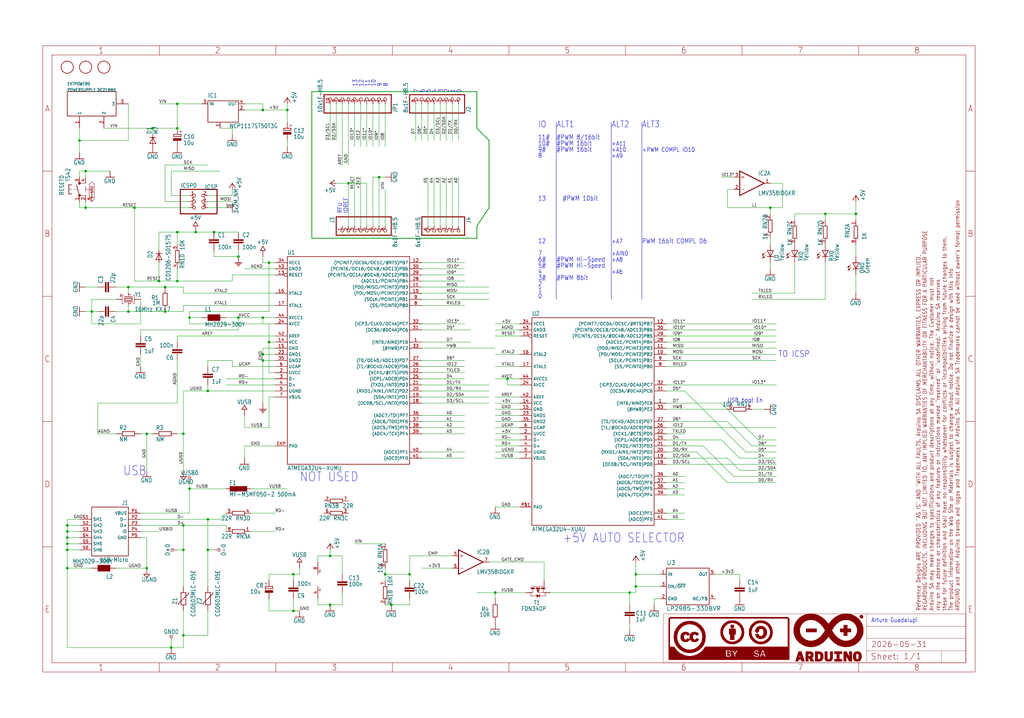
<source format=kicad_sch>
(kicad_sch (version 20231120) (generator "eeschema") (generator_version "8.0")
  (paper "User" 425.45 298.602)
  (lib_symbols
    (symbol "Leonardo_Rev3d-eagle-import:+5V" (power)
      (symbol "+5V_1_0"
        (pin power_in line (at 0 -2.54 90) (length 2.54) (name "+5V") (number "1"))
      )
    )
    (symbol "Leonardo_Rev3d-eagle-import:4R-NCAY16"
      (property "Reference" "RN" (at -5.08 -3.048 0))
      (symbol "4R-NCAY16_1_0"
        (pin passive line (at -5.08 0 0) (length 2.54) (name "1") (number "1"))
        (pin passive line (at 5.08 0 180) (length 2.54) (name "2") (number "8"))
      )
      (symbol "4R-NCAY16_2_0"
        (pin passive line (at -5.08 0 0) (length 2.54) (name "1") (number "2"))
        (pin passive line (at 5.08 0 180) (length 2.54) (name "2") (number "7"))
      )
      (symbol "4R-NCAY16_3_0"
        (pin passive line (at -5.08 0 0) (length 2.54) (name "1") (number "3"))
        (pin passive line (at 5.08 0 180) (length 2.54) (name "2") (number "6"))
      )
      (symbol "4R-NCAY16_4_0"
        (pin passive line (at -5.08 0 0) (length 2.54) (name "1") (number "4"))
        (pin passive line (at 5.08 0 180) (length 2.54) (name "2") (number "5"))
      )
    )
    (symbol "Leonardo_Rev3d-eagle-import:A3-FRAME"
      (symbol "A3-FRAME_1_0"
        (text "${#}/${##}" (at 357.505 5.08 0) (effects (font (size 2.54 2.54)) (justify left bottom)))
        (text "${CURRENT_DATE}" (at 344.17 10.16 0) (effects (font (size 2.286 2.286)) (justify left bottom)))
        (text "${PROJECTNAME}" (at 344.17 15.24 0) (effects (font (size 2.54 2.54)) (justify left bottom)))
        (text "1" (at 24.2094 1.905 0) (effects (font (size 2.54 2.286))))
        (text "1" (at 24.2094 258.445 0) (effects (font (size 2.54 2.286))))
        (text "2" (at 72.6281 1.905 0) (effects (font (size 2.54 2.286))))
        (text "2" (at 72.6281 258.445 0) (effects (font (size 2.54 2.286))))
        (text "3" (at 121.0469 1.905 0) (effects (font (size 2.54 2.286))))
        (text "3" (at 121.0469 258.445 0) (effects (font (size 2.54 2.286))))
        (text "4" (at 169.4656 1.905 0) (effects (font (size 2.54 2.286))))
        (text "4" (at 169.4656 258.445 0) (effects (font (size 2.54 2.286))))
        (text "5" (at 217.8844 1.905 0) (effects (font (size 2.54 2.286))))
        (text "5" (at 217.8844 258.445 0) (effects (font (size 2.54 2.286))))
        (text "6" (at 266.3031 1.905 0) (effects (font (size 2.54 2.286))))
        (text "6" (at 266.3031 258.445 0) (effects (font (size 2.54 2.286))))
        (text "7" (at 314.7219 1.905 0) (effects (font (size 2.54 2.286))))
        (text "7" (at 314.7219 258.445 0) (effects (font (size 2.54 2.286))))
        (text "8" (at 363.1406 1.905 0) (effects (font (size 2.54 2.286))))
        (text "8" (at 363.1406 258.445 0) (effects (font (size 2.54 2.286))))
        (text "A" (at 1.905 234.315 0) (effects (font (size 2.54 2.286))))
        (text "A" (at 385.445 234.315 0) (effects (font (size 2.54 2.286))))
        (text "B" (at 1.905 182.245 0) (effects (font (size 2.54 2.286))))
        (text "B" (at 385.445 182.245 0) (effects (font (size 2.54 2.286))))
        (text "C" (at 1.905 130.175 0) (effects (font (size 2.54 2.286))))
        (text "C" (at 385.445 130.175 0) (effects (font (size 2.54 2.286))))
        (text "D" (at 1.905 78.105 0) (effects (font (size 2.54 2.286))))
        (text "D" (at 385.445 78.105 0) (effects (font (size 2.54 2.286))))
        (text "E" (at 1.905 26.035 0) (effects (font (size 2.54 2.286))))
        (text "E" (at 385.445 26.035 0) (effects (font (size 2.54 2.286))))
        (text "Reference Designs ARE PROVIDED \"AS IS\" AND \"WITH ALL FAULTS. Arduino SA DISCLAIMS ALL OTHER WARRANTIES, EXPRESS OR IMPLIED,\nREGARDING PRODUCTS, INCLUDING BUT NOT LIMITED TO, ANY IMPLIED WARRANTIES OF MERCHANTABILITY OR FITNESS FOR A PARTICULAR PURPOSE\nArduino SA may make changes to specifications and product descriptions at any time, without notice. The Customer must not\nrely on the absence or characteristics of any features or instructions marked \"reserved\" or \"undefined.\" Arduino SA reserves\nthese for future definition and shall have no responsibility whatsoever for conflicts or incompatibilities arising from future changes to them.\nThe product information on the Web Site or Materials is subject to change without notice. Do not finalize a design with this info\nARDUINO and other Arduino brands and logos and Trademarks of Arduino SA. All Arduino SA Trademarks cannot be used without owner's formal permission" (at 381 25.4 900) (effects (font (size 1.6764 1.4249)) (justify left bottom)))
        (text "Sheet:" (at 343.916 4.953 0) (effects (font (size 2.54 2.54)) (justify left bottom)))
      )
    )
    (symbol "Leonardo_Rev3d-eagle-import:ATMEGA32U4-XUAU"
      (symbol "ATMEGA32U4-XUAU_1_0"
        (pin bidirectional line (at 35.56 -10.16 180) (length 5.08) (name "(INT6/AIN0)PE6") (number "1"))
        (pin bidirectional line (at 35.56 10.16 180) (length 5.08) (name "(PDI/MOSI/PCINT2)PB2") (number "10"))
        (pin bidirectional line (at 35.56 12.7 180) (length 5.08) (name "(PD0/MISO/PCINT3)PB3") (number "11"))
        (pin bidirectional line (at 35.56 22.86 180) (length 5.08) (name "(PCINT7/OC0A/OC1C/#RTS)PB7") (number "12"))
        (pin input inverted (at -25.4 17.78 0) (length 5.08) (name "RESET") (number "13"))
        (pin power_in line (at -25.4 -10.16 0) (length 5.08) (name "VCC") (number "14"))
        (pin power_in line (at -25.4 -12.7 0) (length 5.08) (name "GND") (number "15"))
        (pin bidirectional line (at -25.4 10.16 0) (length 5.08) (name "XTAL2") (number "16"))
        (pin bidirectional line (at -25.4 5.08 0) (length 5.08) (name "XTAL1") (number "17"))
        (pin bidirectional line (at 35.56 -35.56 180) (length 5.08) (name "(OC0B/SCL/INT0)PD0") (number "18"))
        (pin bidirectional line (at 35.56 -33.02 180) (length 5.08) (name "(SDA/INT1)PD1") (number "19"))
        (pin power_in line (at -25.4 -22.86 0) (length 5.08) (name "UVCC") (number "2"))
        (pin bidirectional line (at 35.56 -30.48 180) (length 5.08) (name "(RXD1/AIN1/INT2)PD2") (number "20"))
        (pin bidirectional line (at 35.56 -27.94 180) (length 5.08) (name "(TXD1/INT3)PD3") (number "21"))
        (pin bidirectional line (at 35.56 -22.86 180) (length 5.08) (name "(XCK1/#CTS)PD5") (number "22"))
        (pin power_in line (at -25.4 -15.24 0) (length 5.08) (name "GND1") (number "23"))
        (pin power_in line (at -25.4 -2.54 0) (length 5.08) (name "AVCC") (number "24"))
        (pin bidirectional line (at 35.56 -25.4 180) (length 5.08) (name "(ICP1/ADC8)PD4") (number "25"))
        (pin bidirectional line (at 35.56 -20.32 180) (length 5.08) (name "(T1/#OC4D/ADC9)PD6") (number "26"))
        (pin bidirectional line (at 35.56 -17.78 180) (length 5.08) (name "(T0/OC4D/ADC10)PD7") (number "27"))
        (pin bidirectional line (at 35.56 15.24 180) (length 5.08) (name "(ADC11/PCINT4)PB4") (number "28"))
        (pin bidirectional line (at 35.56 17.78 180) (length 5.08) (name "(PCINT5/OC1A/#OC4B/ADC12)PB5") (number "29"))
        (pin bidirectional line (at -25.4 -25.4 0) (length 5.08) (name "D-") (number "3"))
        (pin bidirectional line (at 35.56 20.32 180) (length 5.08) (name "(PCINT6/OC1B/OC4B/ADC13)PB6") (number "30"))
        (pin bidirectional line (at 35.56 -5.08 180) (length 5.08) (name "(OC3A/#0C4A)PC6") (number "31"))
        (pin bidirectional line (at 35.56 -2.54 180) (length 5.08) (name "(ICP3/CLK0/OC4A)PC7") (number "32"))
        (pin bidirectional line (at 35.56 -12.7 180) (length 5.08) (name "(#HWB)PE2") (number "33"))
        (pin power_in line (at -25.4 22.86 0) (length 5.08) (name "VCC1") (number "34"))
        (pin power_in line (at -25.4 -17.78 0) (length 5.08) (name "GND2") (number "35"))
        (pin bidirectional line (at 35.56 -40.64 180) (length 5.08) (name "(ADC7/TDI)PF7") (number "36"))
        (pin bidirectional line (at 35.56 -43.18 180) (length 5.08) (name "(ADC6/TDO)PF6") (number "37"))
        (pin bidirectional line (at 35.56 -45.72 180) (length 5.08) (name "(ADC5/TMS)PF5") (number "38"))
        (pin bidirectional line (at 35.56 -48.26 180) (length 5.08) (name "(ADC4/TCK)PF4") (number "39"))
        (pin bidirectional line (at -25.4 -27.94 0) (length 5.08) (name "D+") (number "4"))
        (pin bidirectional line (at 35.56 -55.88 180) (length 5.08) (name "(ADC1)PF1") (number "40"))
        (pin bidirectional line (at 35.56 -58.42 180) (length 5.08) (name "(ADC0)PF0") (number "41"))
        (pin power_in line (at -25.4 -7.62 0) (length 5.08) (name "AREF") (number "42"))
        (pin power_in line (at -25.4 20.32 0) (length 5.08) (name "GND3") (number "43"))
        (pin power_in line (at -25.4 0 0) (length 5.08) (name "AVCC1") (number "44"))
        (pin power_in line (at -25.4 -30.48 0) (length 5.08) (name "UGND") (number "5"))
        (pin passive line (at -25.4 -20.32 0) (length 5.08) (name "UCAP") (number "6"))
        (pin input line (at -25.4 -33.02 0) (length 5.08) (name "VBUS") (number "7"))
        (pin bidirectional line (at 35.56 5.08 180) (length 5.08) (name "(SS/PCINT0)PB0") (number "8"))
        (pin bidirectional line (at 35.56 7.62 180) (length 5.08) (name "(SCLK/PCINT1)PB1") (number "9"))
        (pin power_in line (at -25.4 -53.34 0) (length 5.08) (name "PAD") (number "P$1"))
      )
    )
    (symbol "Leonardo_Rev3d-eagle-import:ATMEGA32U4-XUMU"
      (symbol "ATMEGA32U4-XUMU_1_0"
        (pin bidirectional line (at 35.56 -10.16 180) (length 5.08) (name "(INT6/AIN0)PE6") (number "1"))
        (pin bidirectional line (at 35.56 10.16 180) (length 5.08) (name "(PDI/MOSI/PCINT2)PB2") (number "10"))
        (pin bidirectional line (at 35.56 12.7 180) (length 5.08) (name "(PD0/MISO/PCINT3)PB3") (number "11"))
        (pin bidirectional line (at 35.56 22.86 180) (length 5.08) (name "(PCINT7/OC0A/OC1C/#RTS)PB7") (number "12"))
        (pin input inverted (at -25.4 17.78 0) (length 5.08) (name "RESET") (number "13"))
        (pin power_in line (at -25.4 -10.16 0) (length 5.08) (name "VCC") (number "14"))
        (pin power_in line (at -25.4 -12.7 0) (length 5.08) (name "GND") (number "15"))
        (pin bidirectional line (at -25.4 10.16 0) (length 5.08) (name "XTAL2") (number "16"))
        (pin bidirectional line (at -25.4 5.08 0) (length 5.08) (name "XTAL1") (number "17"))
        (pin bidirectional line (at 35.56 -35.56 180) (length 5.08) (name "(OC0B/SCL/INT0)PD0") (number "18"))
        (pin bidirectional line (at 35.56 -33.02 180) (length 5.08) (name "(SDA/INT1)PD1") (number "19"))
        (pin power_in line (at -25.4 -22.86 0) (length 5.08) (name "UVCC") (number "2"))
        (pin bidirectional line (at 35.56 -30.48 180) (length 5.08) (name "(RXD1/AIN1/INT2)PD2") (number "20"))
        (pin bidirectional line (at 35.56 -27.94 180) (length 5.08) (name "(TXD1/INT3)PD3") (number "21"))
        (pin bidirectional line (at 35.56 -22.86 180) (length 5.08) (name "(XCK1/#CTS)PD5") (number "22"))
        (pin power_in line (at -25.4 -15.24 0) (length 5.08) (name "GND1") (number "23"))
        (pin power_in line (at -25.4 -2.54 0) (length 5.08) (name "AVCC") (number "24"))
        (pin bidirectional line (at 35.56 -25.4 180) (length 5.08) (name "(ICP1/ADC8)PD4") (number "25"))
        (pin bidirectional line (at 35.56 -20.32 180) (length 5.08) (name "(T1/#OC4D/ADC9)PD6") (number "26"))
        (pin bidirectional line (at 35.56 -17.78 180) (length 5.08) (name "(T0/OC4D/ADC10)PD7") (number "27"))
        (pin bidirectional line (at 35.56 15.24 180) (length 5.08) (name "(ADC11/PCINT4)PB4") (number "28"))
        (pin bidirectional line (at 35.56 17.78 180) (length 5.08) (name "(PCINT5/OC1A/#OC4B/ADC12)PB5") (number "29"))
        (pin bidirectional line (at -25.4 -25.4 0) (length 5.08) (name "D-") (number "3"))
        (pin bidirectional line (at 35.56 20.32 180) (length 5.08) (name "(PCINT6/OC1B/OC4B/ADC13)PB6") (number "30"))
        (pin bidirectional line (at 35.56 -5.08 180) (length 5.08) (name "(OC3A/#0C4A)PC6") (number "31"))
        (pin bidirectional line (at 35.56 -2.54 180) (length 5.08) (name "(ICP3/CLK0/OC4A)PC7") (number "32"))
        (pin bidirectional line (at 35.56 -12.7 180) (length 5.08) (name "(#HWB)PE2") (number "33"))
        (pin power_in line (at -25.4 22.86 0) (length 5.08) (name "VCC1") (number "34"))
        (pin power_in line (at -25.4 -17.78 0) (length 5.08) (name "GND2") (number "35"))
        (pin bidirectional line (at 35.56 -40.64 180) (length 5.08) (name "(ADC7/TDI)PF7") (number "36"))
        (pin bidirectional line (at 35.56 -43.18 180) (length 5.08) (name "(ADC6/TDO)PF6") (number "37"))
        (pin bidirectional line (at 35.56 -45.72 180) (length 5.08) (name "(ADC5/TMS)PF5") (number "38"))
        (pin bidirectional line (at 35.56 -48.26 180) (length 5.08) (name "(ADC4/TCK)PF4") (number "39"))
        (pin bidirectional line (at -25.4 -27.94 0) (length 5.08) (name "D+") (number "4"))
        (pin bidirectional line (at 35.56 -55.88 180) (length 5.08) (name "(ADC1)PF1") (number "40"))
        (pin bidirectional line (at 35.56 -58.42 180) (length 5.08) (name "(ADC0)PF0") (number "41"))
        (pin power_in line (at -25.4 -7.62 0) (length 5.08) (name "AREF") (number "42"))
        (pin power_in line (at -25.4 20.32 0) (length 5.08) (name "GND3") (number "43"))
        (pin power_in line (at -25.4 0 0) (length 5.08) (name "AVCC1") (number "44"))
        (pin power_in line (at -25.4 -30.48 0) (length 5.08) (name "UGND") (number "5"))
        (pin passive line (at -25.4 -20.32 0) (length 5.08) (name "UCAP") (number "6"))
        (pin input line (at -25.4 -33.02 0) (length 5.08) (name "VBUS") (number "7"))
        (pin bidirectional line (at 35.56 5.08 180) (length 5.08) (name "(SS/PCINT0)PB0") (number "8"))
        (pin bidirectional line (at 35.56 7.62 180) (length 5.08) (name "(SCLK/PCINT1)PB1") (number "9"))
        (pin power_in line (at -25.4 -53.34 0) (length 5.08) (name "PAD") (number "EXP"))
      )
    )
    (symbol "Leonardo_Rev3d-eagle-import:C-EUC0603"
      (property "Reference" "C" (at 1.524 0.381 0))
      (symbol "C-EUC0603_1_0"
        (pin passive line (at 0 2.54 270) (length 2.54) (name "1") (number "1"))
        (pin passive line (at 0 -5.08 90) (length 2.54) (name "2") (number "2"))
      )
    )
    (symbol "Leonardo_Rev3d-eagle-import:COM" (power)
      (symbol "COM_1_0"
        (pin power_in line (at 0 2.54 270) (length 2.54) (name "COM") (number "1"))
      )
    )
    (symbol "Leonardo_Rev3d-eagle-import:CPOL-EUSMCB"
      (property "Reference" "C" (at 1.143 0.4826 0))
      (symbol "CPOL-EUSMCB_1_0"
        (text "+" (at -0.5842 0.4064 900) (effects (font (size 1.27 1.0795)) (justify left bottom)))
        (pin passive line (at 0 2.54 270) (length 2.54) (name "+") (number "+"))
        (pin passive line (at 0 -5.08 90) (length 2.54) (name "-") (number "-"))
      )
    )
    (symbol "Leonardo_Rev3d-eagle-import:CRYSTAL-3.2-2.5"
      (property "Reference" "X" (at 2.54 1.016 0))
      (symbol "CRYSTAL-3.2-2.5_1_0"
        (text "1" (at -2.159 -1.143 0) (effects (font (size 0.8636 0.734)) (justify left bottom)))
        (text "2" (at 1.524 -1.143 0) (effects (font (size 0.8636 0.734)) (justify left bottom)))
        (text "3" (at 1.143 2.794 900) (effects (font (size 0.8636 0.734)) (justify left bottom)))
        (pin passive line (at -2.54 0 0) (length 0) (name "C1") (number "1"))
        (pin passive line (at 0 -5.08 90) (length 2.54) (name "GND@1") (number "2"))
        (pin passive line (at 2.54 0 180) (length 0) (name "C2") (number "3"))
        (pin passive line (at 0 5.08 270) (length 2.54) (name "GND@2") (number "4"))
      )
    )
    (symbol "Leonardo_Rev3d-eagle-import:DIODE-MINIMELF"
      (property "Reference" "D" (at 2.54 0.4826 0))
      (symbol "DIODE-MINIMELF_1_0"
        (pin passive line (at -2.54 0 0) (length 2.54) (name "A") (number "A"))
        (pin passive line (at 2.54 0 180) (length 2.54) (name "C") (number "C"))
      )
    )
    (symbol "Leonardo_Rev3d-eagle-import:DIODE-SMB"
      (property "Reference" "D" (at 2.54 0.4826 0))
      (symbol "DIODE-SMB_1_0"
        (pin passive line (at -2.54 0 0) (length 2.54) (name "A") (number "A"))
        (pin passive line (at 2.54 0 180) (length 2.54) (name "C") (number "C"))
      )
    )
    (symbol "Leonardo_Rev3d-eagle-import:FIDUCIAL-1.5MM")
    (symbol "Leonardo_Rev3d-eagle-import:GND" (power)
      (symbol "GND_1_0"
        (pin power_in line (at 0 2.54 270) (length 2.54) (name "GND") (number "1"))
      )
    )
    (symbol "Leonardo_Rev3d-eagle-import:GND1" (power)
      (symbol "GND1_1_0"
        (pin power_in line (at 0 2.54 270) (length 2.54) (name "GND1") (number "1"))
      )
    )
    (symbol "Leonardo_Rev3d-eagle-import:L-EUL1812"
      (property "Reference" "L" (at -1.4986 -3.81 90))
      (symbol "L-EUL1812_1_0"
        (pin passive line (at 0 5.08 270) (length 2.54) (name "1") (number "1"))
        (pin passive line (at 0 -5.08 90) (length 2.54) (name "2") (number "2"))
      )
    )
    (symbol "Leonardo_Rev3d-eagle-import:LEDCHIPLED_0805"
      (property "Reference" "LED" (at 3.556 -4.572 90))
      (symbol "LEDCHIPLED_0805_1_0"
        (pin passive line (at 0 2.54 270) (length 2.54) (name "A") (number "A"))
        (pin passive line (at 0 -5.08 90) (length 2.54) (name "C") (number "C"))
      )
    )
    (symbol "Leonardo_Rev3d-eagle-import:LMV358?MM"
      (symbol "LMV358?MM_1_0"
        (pin output line (at 7.62 0 180) (length 2.54) (name "OUT") (number "1"))
        (pin input line (at -7.62 -2.54 0) (length 2.54) (name "-IN") (number "2"))
        (pin input line (at -7.62 2.54 0) (length 2.54) (name "+IN") (number "3"))
      )
      (symbol "LMV358?MM_2_0"
        (pin input line (at -7.62 2.54 0) (length 2.54) (name "+IN") (number "5"))
        (pin input line (at -7.62 -2.54 0) (length 2.54) (name "-IN") (number "6"))
        (pin output line (at 7.62 0 180) (length 2.54) (name "OUT") (number "7"))
      )
      (symbol "LMV358?MM_3_0"
        (text "V+" (at 1.27 3.175 900) (effects (font (size 0.8128 0.6908)) (justify left bottom)))
        (text "V-" (at 1.27 -4.445 900) (effects (font (size 0.8128 0.6908)) (justify left bottom)))
        (pin power_in line (at 0 -7.62 90) (length 5.08) (name "V-") (number "4"))
        (pin power_in line (at 0 7.62 270) (length 5.08) (name "V+") (number "8"))
      )
    )
    (symbol "Leonardo_Rev3d-eagle-import:LP2985-XXDBVR"
      (property "Reference" "IC" (at -7.62 8.89 0))
      (symbol "LP2985-XXDBVR_1_0"
        (pin input line (at -10.16 5.08 0) (length 2.54) (name "IN") (number "1"))
        (pin power_in line (at -10.16 -5.08 0) (length 2.54) (name "GND") (number "2"))
        (pin input line (at -10.16 0 0) (length 2.54) (name "ON/~{OFF}") (number "3"))
        (pin passive line (at 12.7 -5.08 180) (length 2.54) (name "NC/FB") (number "4"))
        (pin passive line (at 12.7 5.08 180) (length 2.54) (name "OUT") (number "5"))
      )
    )
    (symbol "Leonardo_Rev3d-eagle-import:MC33269ST"
      (property "Reference" "IC" (at -5.08 7.62 0))
      (symbol "MC33269ST_1_0"
        (pin input line (at 0 -5.08 90) (length 2.54) (name "GND/ADJ") (number "1"))
        (pin passive line (at 10.16 2.54 180) (length 2.54) (name "OUT@1") (number "2"))
        (pin input line (at -7.62 5.08 0) (length 2.54) (name "IN") (number "3"))
        (pin passive line (at 10.16 5.08 180) (length 2.54) (name "OUT") (number "4"))
      )
    )
    (symbol "Leonardo_Rev3d-eagle-import:MyPOW_+5V" (power)
      (symbol "MyPOW_+5V_1_0"
        (pin power_in line (at 0 -2.54 90) (length 2.54) (name "+5V") (number "1"))
      )
    )
    (symbol "Leonardo_Rev3d-eagle-import:PINHD-1X10"
      (property "Reference" "JP" (at -6.35 13.335 0))
      (symbol "PINHD-1X10_1_0"
        (pin passive inverted (at -2.54 10.16 0) (length 2.54) (name "1") (number "1"))
        (pin passive inverted (at -2.54 -12.7 0) (length 2.54) (name "10") (number "10"))
        (pin passive inverted (at -2.54 7.62 0) (length 2.54) (name "2") (number "2"))
        (pin passive inverted (at -2.54 5.08 0) (length 2.54) (name "3") (number "3"))
        (pin passive inverted (at -2.54 2.54 0) (length 2.54) (name "4") (number "4"))
        (pin passive inverted (at -2.54 0 0) (length 2.54) (name "5") (number "5"))
        (pin passive inverted (at -2.54 -2.54 0) (length 2.54) (name "6") (number "6"))
        (pin passive inverted (at -2.54 -5.08 0) (length 2.54) (name "7") (number "7"))
        (pin passive inverted (at -2.54 -7.62 0) (length 2.54) (name "8") (number "8"))
        (pin passive inverted (at -2.54 -10.16 0) (length 2.54) (name "9") (number "9"))
      )
    )
    (symbol "Leonardo_Rev3d-eagle-import:PINHD-1X6"
      (property "Reference" "JP" (at -6.35 10.795 0))
      (symbol "PINHD-1X6_1_0"
        (pin passive inverted (at -2.54 7.62 0) (length 2.54) (name "1") (number "1"))
        (pin passive inverted (at -2.54 5.08 0) (length 2.54) (name "2") (number "2"))
        (pin passive inverted (at -2.54 2.54 0) (length 2.54) (name "3") (number "3"))
        (pin passive inverted (at -2.54 0 0) (length 2.54) (name "4") (number "4"))
        (pin passive inverted (at -2.54 -2.54 0) (length 2.54) (name "5") (number "5"))
        (pin passive inverted (at -2.54 -5.08 0) (length 2.54) (name "6") (number "6"))
      )
    )
    (symbol "Leonardo_Rev3d-eagle-import:PINHD-1X8"
      (property "Reference" "JP" (at -6.35 13.335 0))
      (symbol "PINHD-1X8_1_0"
        (pin passive inverted (at -2.54 10.16 0) (length 2.54) (name "1") (number "1"))
        (pin passive inverted (at -2.54 7.62 0) (length 2.54) (name "2") (number "2"))
        (pin passive inverted (at -2.54 5.08 0) (length 2.54) (name "3") (number "3"))
        (pin passive inverted (at -2.54 2.54 0) (length 2.54) (name "4") (number "4"))
        (pin passive inverted (at -2.54 0 0) (length 2.54) (name "5") (number "5"))
        (pin passive inverted (at -2.54 -2.54 0) (length 2.54) (name "6") (number "6"))
        (pin passive inverted (at -2.54 -5.08 0) (length 2.54) (name "7") (number "7"))
        (pin passive inverted (at -2.54 -7.62 0) (length 2.54) (name "8") (number "8"))
      )
    )
    (symbol "Leonardo_Rev3d-eagle-import:PINHD-2X3"
      (property "Reference" "JP" (at -6.35 5.715 0))
      (symbol "PINHD-2X3_1_0"
        (pin passive inverted (at -2.54 2.54 0) (length 2.54) (name "1") (number "1"))
        (pin passive inverted (at 5.08 2.54 180) (length 2.54) (name "2") (number "2"))
        (pin passive inverted (at -2.54 0 0) (length 2.54) (name "3") (number "3"))
        (pin passive inverted (at 5.08 0 180) (length 2.54) (name "4") (number "4"))
        (pin passive inverted (at -2.54 -2.54 0) (length 2.54) (name "5") (number "5"))
        (pin passive inverted (at 5.08 -2.54 180) (length 2.54) (name "6") (number "6"))
      )
    )
    (symbol "Leonardo_Rev3d-eagle-import:PMOSSOT23"
      (property "Reference" "T" (at 2.54 2.54 0))
      (symbol "PMOSSOT23_1_0"
        (pin passive line (at 0 5.08 270) (length 2.54) (name "D") (number "1"))
        (pin passive line (at 0 -5.08 90) (length 2.54) (name "S") (number "2"))
        (pin passive line (at -5.08 -2.54 0) (length 2.54) (name "G") (number "3"))
      )
    )
    (symbol "Leonardo_Rev3d-eagle-import:POWERSUPPLY_DC21MMX"
      (symbol "POWERSUPPLY_DC21MMX_1_0"
        (pin power_in line (at -5.08 -10.16 90) (length 5.08) (name "1") (number "1"))
        (pin power_in line (at 5.08 -10.16 90) (length 5.08) (name "2") (number "2"))
        (pin power_in line (at 15.24 0 180) (length 5.08) (name "3") (number "3"))
      )
    )
    (symbol "Leonardo_Rev3d-eagle-import:R-EU_R0402"
      (property "Reference" "R" (at -3.81 1.4986 0))
      (symbol "R-EU_R0402_1_0"
        (pin passive line (at -5.08 0 0) (length 2.54) (name "1") (number "1"))
        (pin passive line (at 5.08 0 180) (length 2.54) (name "2") (number "2"))
      )
    )
    (symbol "Leonardo_Rev3d-eagle-import:R-EU_R0603"
      (property "Reference" "R" (at -3.81 1.4986 0))
      (symbol "R-EU_R0603_1_0"
        (pin passive line (at -5.08 0 0) (length 2.54) (name "1") (number "1"))
        (pin passive line (at 5.08 0 180) (length 2.54) (name "2") (number "2"))
      )
    )
    (symbol "Leonardo_Rev3d-eagle-import:TPTP-1.00MM"
      (property "Reference" "TP" (at 0 0.508 0))
      (symbol "TPTP-1.00MM_1_0"
        (pin passive line (at 0 -2.54 90) (length 0) (name "P$1") (number "X"))
      )
    )
    (symbol "Leonardo_Rev3d-eagle-import:TS42"
      (symbol "TS42_1_0"
        (pin passive line (at 0 -5.08 90) (length 2.54) (name "1") (number "1"))
        (pin passive line (at 2.54 -5.08 90) (length 2.54) (name "2") (number "2"))
        (pin passive line (at 0 5.08 270) (length 2.54) (name "3") (number "3"))
        (pin passive line (at 2.54 5.08 270) (length 2.54) (name "4") (number "4"))
        (pin power_in line (at 5.08 -5.08 90) (length 2.54) (name "5-GND") (number "5"))
      )
    )
    (symbol "Leonardo_Rev3d-eagle-import:USB-MICRO-LEGACY"
      (property "Reference" "J" (at -7.62 8.382 0))
      (symbol "USB-MICRO-LEGACY_1_0"
        (pin power_in line (at -12.7 5.08 0) (length 5.08) (name "VBUS") (number "P1"))
        (pin bidirectional line (at -12.7 2.54 0) (length 5.08) (name "D-") (number "P2"))
        (pin bidirectional line (at -12.7 0 0) (length 5.08) (name "D+") (number "P3"))
        (pin bidirectional line (at -12.7 -2.54 0) (length 5.08) (name "ID") (number "P4"))
        (pin passive line (at -12.7 -5.08 0) (length 5.08) (name "GND") (number "P5"))
        (pin passive line (at 12.7 2.54 180) (length 5.08) (name "SH1") (number "S1"))
        (pin passive line (at 12.7 0 180) (length 5.08) (name "SH2") (number "S2"))
        (pin passive line (at 12.7 -2.54 180) (length 5.08) (name "SH3") (number "S3"))
        (pin passive line (at 12.7 -5.08 180) (length 5.08) (name "SH4") (number "S4"))
        (pin passive line (at 12.7 -7.62 180) (length 5.08) (name "SH5") (number "S5"))
        (pin passive line (at 12.7 -10.16 180) (length 5.08) (name "SH6") (number "S6"))
      )
    )
    (symbol "Leonardo_Rev3d-eagle-import:VARISTORCN0603"
      (property "Reference" "R" (at -2.54 3.81 0))
      (symbol "VARISTORCN0603_1_0"
        (pin passive line (at 5.08 0 180) (length 2.54) (name "1") (number "1"))
        (pin passive line (at -5.08 0 0) (length 2.54) (name "2") (number "2"))
      )
    )
    (symbol "Leonardo_Rev3d-eagle-import:VUSB" (power)
      (symbol "VUSB_1_0"
        (pin power_in line (at 0 -2.54 90) (length 2.54) (name "VUSB") (number "1"))
      )
    )
    (symbol "Leonardo_Rev3d-eagle-import:WE-CBF_0805"
      (property "Reference" "L" (at -3.81 5.08 0))
      (symbol "WE-CBF_0805_1_0"
        (pin passive line (at -5.08 2.54 0) (length 2.54) (name "1") (number "1"))
        (pin passive line (at 5.08 2.54 180) (length 2.54) (name "2") (number "2"))
      )
    )
  )
  (junction (at 111.76 142.24))
  (junction (at 78.74 132.08))
  (junction (at 27.94 236.22))
  (junction (at 162.56 251.46))
  (junction (at 27.94 218.44))
  (junction (at 81.28 96.52))
  (junction (at 99.06 132.08))
  (junction (at 121.92 238.76))
  (junction (at 68.58 119.38))
  (junction (at 86.36 215.9))
  (junction (at 27.94 223.52))
  (junction (at 73.66 43.18))
  (junction (at 35.56 86.36))
  (junction (at 33.02 58.42))
  (junction (at 53.34 129.54))
  (junction (at 73.66 96.52))
  (junction (at 109.22 132.08))
  (junction (at 144.78 76.2))
  (junction (at 121.92 254))
  (junction (at 76.2 264.16))
  (junction (at 78.74 203.2))
  (junction (at 119.38 45.72))
  (junction (at 71.12 269.24))
  (junction (at 35.56 71.12))
  (junction (at 68.58 129.54))
  (junction (at 355.6 88.9))
  (junction (at 38.1 129.54))
  (junction (at 342.9 88.9))
  (junction (at 63.5 53.34))
  (junction (at 27.94 228.6))
  (junction (at 157.48 73.66))
  (junction (at 27.94 226.06))
  (junction (at 86.36 228.6))
  (junction (at 170.18 238.76))
  (junction (at 73.66 53.34))
  (junction (at 137.16 231.14))
  (junction (at 264.16 238.76))
  (junction (at 111.76 109.22))
  (junction (at 109.22 149.86))
  (junction (at 60.96 236.22))
  (junction (at 66.04 116.84))
  (junction (at 320.04 86.36))
  (junction (at 264.16 243.84))
  (junction (at 73.66 116.84))
  (junction (at 55.88 86.36))
  (junction (at 88.9 96.52))
  (junction (at 109.22 45.72))
  (junction (at 160.02 238.76))
  (junction (at 27.94 220.98))
  (junction (at 76.2 218.44))
  (junction (at 76.2 228.6))
  (junction (at 86.36 162.56))
  (junction (at 109.22 147.32))
  (junction (at 60.96 180.34))
  (junction (at 53.34 119.38))
  (junction (at 99.06 106.68))
  (junction (at 210.82 157.48))
  (junction (at 261.62 246.38))
  (junction (at 76.2 180.34))
  (junction (at 205.74 246.38))
  (junction (at 137.16 251.46))
  (wire (pts (xy 38.1 236.22) (xy 27.94 236.22)) (stroke (width 0.1524)))
  (wire (pts (xy 111.76 134.62) (xy 111.76 142.24)) (stroke (width 0.1524)))
  (wire (pts (xy 276.86 182.88) (xy 299.72 182.88)) (stroke (width 0.1524)))
  (wire (pts (xy 276.86 139.7) (xy 322.58 139.7)) (stroke (width 0.1524)))
  (wire (pts (xy 274.32 248.92) (xy 271.78 248.92)) (stroke (width 0.1524)))
  (wire (pts (xy 66.04 220.98) (xy 58.42 220.98)) (stroke (width 0.1524)))
  (wire (pts (xy 86.36 264.16) (xy 76.2 264.16)) (stroke (width 0.1524)))
  (wire (pts (xy 193.04 152.4) (xy 175.26 152.4)) (stroke (width 0.1524)))
  (wire (pts (xy 170.18 251.46) (xy 162.56 251.46)) (stroke (width 0.1524)))
  (wire (pts (xy 63.5 55.88) (xy 63.5 53.34)) (stroke (width 0.1524)))
  (wire (pts (xy 330.2 109.22) (xy 330.2 121.92)) (stroke (width 0.1524)))
  (wire (pts (xy 175.26 187.96) (xy 193.04 187.96)) (stroke (width 0.1524)))
  (wire (pts (xy 157.48 60.96) (xy 157.48 43.18)) (stroke (width 0.1524)))
  (wire (pts (xy 121.92 254) (xy 124.46 254)) (stroke (width 0.1524)))
  (wire (pts (xy 276.86 203.2) (xy 284.48 203.2)) (stroke (width 0.1524)))
  (wire (pts (xy 73.66 53.34) (xy 73.66 43.18)) (stroke (width 0.1524)))
  (wire (pts (xy 91.44 53.34) (xy 96.52 53.34)) (stroke (width 0.1524)))
  (wire (pts (xy 109.22 134.62) (xy 109.22 132.08)) (stroke (width 0.1524)))
  (wire (pts (xy 309.88 187.96) (xy 322.58 187.96)) (stroke (width 0.1524)))
  (wire (pts (xy 33.02 73.66) (xy 33.02 71.12)) (stroke (width 0.1524)))
  (polyline (pts (xy 231.14 50.8) (xy 231.14 124.46)) (stroke (width 0.1524) (type solid)))
  (wire (pts (xy 193.04 114.3) (xy 175.26 114.3)) (stroke (width 0.1524)))
  (wire (pts (xy 193.04 149.86) (xy 175.26 149.86)) (stroke (width 0.1524)))
  (wire (pts (xy 137.16 228.6) (xy 137.16 231.14)) (stroke (width 0.1524)))
  (wire (pts (xy 314.96 182.88) (xy 322.58 182.88)) (stroke (width 0.1524)))
  (wire (pts (xy 322.58 160.02) (xy 276.86 160.02)) (stroke (width 0.1524)))
  (wire (pts (xy 215.9 139.7) (xy 205.74 139.7)) (stroke (width 0.1524)))
  (wire (pts (xy 33.02 226.06) (xy 27.94 226.06)) (stroke (width 0.1524)))
  (wire (pts (xy 210.82 157.48) (xy 215.9 157.48)) (stroke (width 0.1524)))
  (wire (pts (xy 215.9 187.96) (xy 205.74 187.96)) (stroke (width 0.1524)))
  (wire (pts (xy 73.66 43.18) (xy 66.04 43.18)) (stroke (width 0.1524)))
  (wire (pts (xy 177.8 58.42) (xy 177.8 43.18)) (stroke (width 0.1524)))
  (wire (pts (xy 73.66 149.86) (xy 73.66 167.64)) (stroke (width 0.1524)))
  (wire (pts (xy 66.04 96.52) (xy 66.04 104.14)) (stroke (width 0.1524)))
  (wire (pts (xy 114.3 160.02) (xy 93.98 160.02)) (stroke (width 0.1524)))
  (wire (pts (xy 111.76 241.3) (xy 111.76 238.76)) (stroke (width 0.1524)))
  (wire (pts (xy 96.52 152.4) (xy 96.52 149.86)) (stroke (width 0.1524)))
  (wire (pts (xy 276.86 152.4) (xy 284.48 152.4)) (stroke (width 0.1524)))
  (wire (pts (xy 71.12 81.28) (xy 71.12 71.12)) (stroke (width 0.1524)))
  (wire (pts (xy 114.3 127) (xy 76.2 127)) (stroke (width 0.1524)))
  (wire (pts (xy 170.18 231.14) (xy 187.96 231.14)) (stroke (width 0.1524)))
  (wire (pts (xy 96.52 53.34) (xy 96.52 55.88)) (stroke (width 0.1524)))
  (wire (pts (xy 276.86 193.04) (xy 322.58 193.04)) (stroke (width 0.1524)))
  (wire (pts (xy 121.92 241.3) (xy 121.92 238.76)) (stroke (width 0.1524)))
  (wire (pts (xy 76.2 243.84) (xy 76.2 228.6)) (stroke (width 0.1524)))
  (wire (pts (xy 35.56 129.54) (xy 38.1 129.54)) (stroke (width 0.1524)))
  (wire (pts (xy 312.42 170.18) (xy 317.5 170.18)) (stroke (width 0.1524)))
  (wire (pts (xy 33.02 86.36) (xy 35.56 86.36)) (stroke (width 0.1524)))
  (wire (pts (xy 111.76 154.94) (xy 111.76 142.24)) (stroke (width 0.1524)))
  (wire (pts (xy 203.2 165.1) (xy 175.26 165.1)) (stroke (width 0.1524)))
  (wire (pts (xy 160.02 236.22) (xy 160.02 238.76)) (stroke (width 0.1524)))
  (wire (pts (xy 139.7 58.42) (xy 139.7 43.18)) (stroke (width 0.1524)))
  (wire (pts (xy 175.26 190.5) (xy 193.04 190.5)) (stroke (width 0.1524)))
  (wire (pts (xy 33.02 220.98) (xy 27.94 220.98)) (stroke (width 0.1524)))
  (wire (pts (xy 124.46 236.22) (xy 124.46 238.76)) (stroke (width 0.1524)))
  (wire (pts (xy 215.9 185.42) (xy 205.74 185.42)) (stroke (width 0.1524)))
  (wire (pts (xy 302.26 175.26) (xy 312.42 185.42)) (stroke (width 0.1524)))
  (wire (pts (xy 170.18 238.76) (xy 170.18 231.14)) (stroke (width 0.1524)))
  (wire (pts (xy 320.04 76.2) (xy 325.12 76.2)) (stroke (width 0.1524)))
  (wire (pts (xy 73.66 228.6) (xy 76.2 228.6)) (stroke (width 0.1524)))
  (wire (pts (xy 55.88 116.84) (xy 66.04 116.84)) (stroke (width 0.1524)))
  (wire (pts (xy 86.36 228.6) (xy 86.36 215.9)) (stroke (width 0.1524)))
  (wire (pts (xy 198.12 99.06) (xy 129.54 99.06)) (stroke (width 0.3048)))
  (wire (pts (xy 142.24 251.46) (xy 137.16 251.46)) (stroke (width 0.1524)))
  (wire (pts (xy 302.26 86.36) (xy 302.26 78.74)) (stroke (width 0.1524)))
  (wire (pts (xy 198.12 53.34) (xy 203.2 58.42)) (stroke (width 0.3048)))
  (wire (pts (xy 114.3 165.1) (xy 111.76 165.1)) (stroke (width 0.1524)))
  (wire (pts (xy 73.66 167.64) (xy 40.64 167.64)) (stroke (width 0.1524)))
  (wire (pts (xy 302.26 200.66) (xy 322.58 200.66)) (stroke (width 0.1524)))
  (wire (pts (xy 147.32 60.96) (xy 147.32 43.18)) (stroke (width 0.1524)))
  (wire (pts (xy 193.04 154.94) (xy 175.26 154.94)) (stroke (width 0.1524)))
  (wire (pts (xy 307.34 238.76) (xy 307.34 241.3)) (stroke (width 0.1524)))
  (wire (pts (xy 314.96 182.88) (xy 299.72 167.64)) (stroke (width 0.1524)))
  (wire (pts (xy 121.92 238.76) (xy 124.46 238.76)) (stroke (width 0.1524)))
  (wire (pts (xy 58.42 124.46) (xy 58.42 134.62)) (stroke (width 0.1524)))
  (wire (pts (xy 111.76 129.54) (xy 78.74 129.54)) (stroke (width 0.1524)))
  (wire (pts (xy 132.08 231.14) (xy 132.08 233.68)) (stroke (width 0.1524)))
  (wire (pts (xy 111.76 177.8) (xy 101.6 177.8)) (stroke (width 0.1524)))
  (wire (pts (xy 170.18 238.76) (xy 160.02 238.76)) (stroke (width 0.1524)))
  (wire (pts (xy 96.52 78.74) (xy 96.52 81.28)) (stroke (width 0.1524)))
  (wire (pts (xy 175.26 172.72) (xy 193.04 172.72)) (stroke (width 0.1524)))
  (wire (pts (xy 274.32 243.84) (xy 264.16 243.84)) (stroke (width 0.1524)))
  (wire (pts (xy 228.6 246.38) (xy 261.62 246.38)) (stroke (width 0.1524)))
  (wire (pts (xy 180.34 73.66) (xy 180.34 93.98)) (stroke (width 0.1524)))
  (wire (pts (xy 187.96 73.66) (xy 187.96 93.98)) (stroke (width 0.1524)))
  (wire (pts (xy 312.42 124.46) (xy 342.9 124.46)) (stroke (width 0.1524)))
  (wire (pts (xy 83.82 43.18) (xy 73.66 43.18)) (stroke (width 0.1524)))
  (wire (pts (xy 101.6 177.8) (xy 101.6 172.72)) (stroke (width 0.1524)))
  (wire (pts (xy 33.02 223.52) (xy 27.94 223.52)) (stroke (width 0.1524)))
  (wire (pts (xy 35.56 71.12) (xy 45.72 71.12)) (stroke (width 0.1524)))
  (wire (pts (xy 109.22 109.22) (xy 109.22 106.68)) (stroke (width 0.1524)))
  (wire (pts (xy 93.98 86.36) (xy 86.36 86.36)) (stroke (width 0.1524)))
  (wire (pts (xy 48.26 129.54) (xy 53.34 129.54)) (stroke (width 0.1524)))
  (wire (pts (xy 119.38 45.72) (xy 109.22 45.72)) (stroke (width 0.1524)))
  (wire (pts (xy 40.64 180.34) (xy 48.26 180.34)) (stroke (width 0.1524)))
  (wire (pts (xy 60.96 180.34) (xy 58.42 180.34)) (stroke (width 0.1524)))
  (wire (pts (xy 292.1 185.42) (xy 304.8 198.12)) (stroke (width 0.1524)))
  (wire (pts (xy 203.2 233.68) (xy 226.06 233.68)) (stroke (width 0.1524)))
  (wire (pts (xy 320.04 88.9) (xy 320.04 86.36)) (stroke (width 0.1524)))
  (wire (pts (xy 203.2 162.56) (xy 175.26 162.56)) (stroke (width 0.1524)))
  (wire (pts (xy 276.86 213.36) (xy 284.48 213.36)) (stroke (width 0.1524)))
  (wire (pts (xy 271.78 248.92) (xy 271.78 251.46)) (stroke (width 0.1524)))
  (wire (pts (xy 111.76 109.22) (xy 114.3 109.22)) (stroke (width 0.1524)))
  (wire (pts (xy 195.58 137.16) (xy 175.26 137.16)) (stroke (width 0.1524)))
  (wire (pts (xy 203.2 58.42) (xy 203.2 86.36)) (stroke (width 0.3048)))
  (wire (pts (xy 152.4 93.98) (xy 152.4 76.2)) (stroke (width 0.1524)))
  (wire (pts (xy 342.9 124.46) (xy 342.9 109.22)) (stroke (width 0.1524)))
  (wire (pts (xy 109.22 147.32) (xy 109.22 149.86)) (stroke (width 0.1524)))
  (wire (pts (xy 142.24 246.38) (xy 142.24 251.46)) (stroke (width 0.1524)))
  (wire (pts (xy 86.36 83.82) (xy 96.52 83.82)) (stroke (width 0.1524)))
  (wire (pts (xy 76.2 264.16) (xy 76.2 254)) (stroke (width 0.1524)))
  (wire (pts (xy 40.64 167.64) (xy 40.64 180.34)) (stroke (width 0.1524)))
  (wire (pts (xy 193.04 134.62) (xy 175.26 134.62)) (stroke (width 0.1524)))
  (wire (pts (xy 96.52 149.86) (xy 86.36 149.86)) (stroke (width 0.1524)))
  (wire (pts (xy 355.6 121.92) (xy 355.6 114.3)) (stroke (width 0.1524)))
  (wire (pts (xy 264.16 238.76) (xy 264.16 233.68)) (stroke (width 0.1524)))
  (wire (pts (xy 276.86 198.12) (xy 284.48 198.12)) (stroke (width 0.1524)))
  (wire (pts (xy 27.94 218.44) (xy 27.94 220.98)) (stroke (width 0.1524)))
  (wire (pts (xy 76.2 218.44) (xy 58.42 218.44)) (stroke (width 0.1524)))
  (wire (pts (xy 215.9 160.02) (xy 210.82 160.02)) (stroke (width 0.1524)))
  (wire (pts (xy 114.3 114.3) (xy 96.52 114.3)) (stroke (width 0.1524)))
  (wire (pts (xy 175.26 58.42) (xy 175.26 43.18)) (stroke (width 0.1524)))
  (wire (pts (xy 137.16 231.14) (xy 132.08 231.14)) (stroke (width 0.1524)))
  (wire (pts (xy 203.2 86.36) (xy 198.12 93.98)) (stroke (width 0.3048)))
  (wire (pts (xy 342.9 88.9) (xy 330.2 88.9)) (stroke (width 0.1524)))
  (wire (pts (xy 205.74 167.64) (xy 215.9 167.64)) (stroke (width 0.1524)))
  (wire (pts (xy 101.6 45.72) (xy 109.22 45.72)) (stroke (width 0.1524)))
  (wire (pts (xy 355.6 88.9) (xy 355.6 83.82)) (stroke (width 0.1524)))
  (wire (pts (xy 137.16 58.42) (xy 137.16 43.18)) (stroke (width 0.1524)))
  (wire (pts (xy 68.58 83.82) (xy 68.58 68.58)) (stroke (width 0.1524)))
  (wire (pts (xy 58.42 213.36) (xy 78.74 213.36)) (stroke (width 0.1524)))
  (wire (pts (xy 330.2 121.92) (xy 312.42 121.92)) (stroke (width 0.1524)))
  (wire (pts (xy 35.56 119.38) (xy 40.64 119.38)) (stroke (width 0.1524)))
  (wire (pts (xy 99.06 106.68) (xy 99.06 104.14)) (stroke (width 0.1524)))
  (wire (pts (xy 142.24 68.58) (xy 142.24 43.18)) (stroke (width 0.1524)))
  (wire (pts (xy 276.86 175.26) (xy 302.26 175.26)) (stroke (width 0.1524)))
  (wire (pts (xy 109.22 149.86) (xy 109.22 167.64)) (stroke (width 0.1524)))
  (wire (pts (xy 119.38 50.8) (xy 119.38 45.72)) (stroke (width 0.1524)))
  (wire (pts (xy 104.14 220.98) (xy 114.3 220.98)) (stroke (width 0.1524)))
  (wire (pts (xy 299.72 73.66) (xy 304.8 73.66)) (stroke (width 0.1524)))
  (wire (pts (xy 60.96 236.22) (xy 60.96 223.52)) (stroke (width 0.1524)))
  (wire (pts (xy 111.76 238.76) (xy 121.92 238.76)) (stroke (width 0.1524)))
  (wire (pts (xy 86.36 215.9) (xy 58.42 215.9)) (stroke (width 0.1524)))
  (wire (pts (xy 215.9 172.72) (xy 205.74 172.72)) (stroke (width 0.1524)))
  (wire (pts (xy 129.54 38.1) (xy 198.12 38.1)) (stroke (width 0.3048)))
  (wire (pts (xy 203.2 119.38) (xy 175.26 119.38)) (stroke (width 0.1524)))
  (polyline (pts (xy 254 50.8) (xy 254 124.46)) (stroke (width 0.1524) (type solid)))
  (wire (pts (xy 276.86 180.34) (xy 284.48 180.34)) (stroke (width 0.1524)))
  (wire (pts (xy 27.94 269.24) (xy 27.94 236.22)) (stroke (width 0.1524)))
  (wire (pts (xy 203.2 124.46) (xy 175.26 124.46)) (stroke (width 0.1524)))
  (wire (pts (xy 284.48 162.56) (xy 276.86 162.56)) (stroke (width 0.1524)))
  (wire (pts (xy 215.9 210.82) (xy 205.74 210.82)) (stroke (width 0.1524)))
  (wire (pts (xy 81.28 96.52) (xy 88.9 96.52)) (stroke (width 0.1524)))
  (wire (pts (xy 119.38 203.2) (xy 104.14 203.2)) (stroke (width 0.1524)))
  (wire (pts (xy 152.4 76.2) (xy 144.78 76.2)) (stroke (width 0.1524)))
  (wire (pts (xy 114.3 111.76) (xy 101.6 111.76)) (stroke (width 0.1524)))
  (wire (pts (xy 195.58 142.24) (xy 175.26 142.24)) (stroke (width 0.1524)))
  (wire (pts (xy 205.74 134.62) (xy 215.9 134.62)) (stroke (width 0.1524)))
  (wire (pts (xy 276.86 137.16) (xy 322.58 137.16)) (stroke (width 0.1524)))
  (wire (pts (xy 99.06 132.08) (xy 109.22 132.08)) (stroke (width 0.1524)))
  (wire (pts (xy 182.88 58.42) (xy 182.88 43.18)) (stroke (width 0.1524)))
  (wire (pts (xy 119.38 58.42) (xy 119.38 60.96)) (stroke (width 0.1524)))
  (wire (pts (xy 304.8 198.12) (xy 322.58 198.12)) (stroke (width 0.1524)))
  (wire (pts (xy 276.86 190.5) (xy 302.26 190.5)) (stroke (width 0.1524)))
  (wire (pts (xy 307.34 195.58) (xy 322.58 195.58)) (stroke (width 0.1524)))
  (wire (pts (xy 154.94 60.96) (xy 154.94 43.18)) (stroke (width 0.1524)))
  (wire (pts (xy 96.52 81.28) (xy 86.36 81.28)) (stroke (width 0.1524)))
  (wire (pts (xy 276.86 170.18) (xy 302.26 170.18)) (stroke (width 0.1524)))
  (wire (pts (xy 114.3 147.32) (xy 109.22 147.32)) (stroke (width 0.1524)))
  (wire (pts (xy 27.94 228.6) (xy 27.94 226.06)) (stroke (width 0.1524)))
  (wire (pts (xy 276.86 147.32) (xy 322.58 147.32)) (stroke (width 0.1524)))
  (wire (pts (xy 147.32 73.66) (xy 147.32 93.98)) (stroke (width 0.1524)))
  (wire (pts (xy 342.9 91.44) (xy 342.9 88.9)) (stroke (width 0.1524)))
  (wire (pts (xy 76.2 129.54) (xy 76.2 127)) (stroke (width 0.1524)))
  (wire (pts (xy 299.72 182.88) (xy 307.34 190.5)) (stroke (width 0.1524)))
  (wire (pts (xy 320.04 111.76) (xy 320.04 109.22)) (stroke (width 0.1524)))
  (wire (pts (xy 78.74 134.62) (xy 114.3 134.62)) (stroke (width 0.1524)))
  (wire (pts (xy 48.26 119.38) (xy 53.34 119.38)) (stroke (width 0.1524)))
  (wire (pts (xy 101.6 43.18) (xy 109.22 43.18)) (stroke (width 0.1524)))
  (wire (pts (xy 109.22 132.08) (xy 114.3 132.08)) (stroke (width 0.1524)))
  (wire (pts (xy 73.66 142.24) (xy 73.66 139.7)) (stroke (width 0.1524)))
  (wire (pts (xy 297.18 238.76) (xy 307.34 238.76)) (stroke (width 0.1524)))
  (wire (pts (xy 330.2 88.9) (xy 330.2 91.44)) (stroke (width 0.1524)))
  (wire (pts (xy 175.26 180.34) (xy 193.04 180.34)) (stroke (width 0.1524)))
  (wire (pts (xy 205.74 157.48) (xy 210.82 157.48)) (stroke (width 0.1524)))
  (wire (pts (xy 261.62 259.08) (xy 261.62 261.62)) (stroke (width 0.1524)))
  (wire (pts (xy 53.34 127) (xy 53.34 129.54)) (stroke (width 0.1524)))
  (wire (pts (xy 182.88 73.66) (xy 182.88 93.98)) (stroke (width 0.1524)))
  (wire (pts (xy 175.26 157.48) (xy 193.04 157.48)) (stroke (width 0.1524)))
  (wire (pts (xy 35.56 73.66) (xy 35.56 71.12)) (stroke (width 0.1524)))
  (wire (pts (xy 175.26 144.78) (xy 205.74 144.78)) (stroke (width 0.1524)))
  (wire (pts (xy 190.5 73.66) (xy 190.5 93.98)) (stroke (width 0.1524)))
  (wire (pts (xy 53.34 121.92) (xy 53.34 119.38)) (stroke (width 0.1524)))
  (wire (pts (xy 160.02 251.46) (xy 162.56 251.46)) (stroke (width 0.1524)))
  (wire (pts (xy 66.04 109.22) (xy 66.04 116.84)) (stroke (width 0.1524)))
  (wire (pts (xy 33.02 58.42) (xy 33.02 63.5)) (stroke (width 0.1524)))
  (wire (pts (xy 322.58 177.8) (xy 276.86 177.8)) (stroke (width 0.1524)))
  (wire (pts (xy 63.5 180.34) (xy 60.96 180.34)) (stroke (width 0.1524)))
  (wire (pts (xy 96.52 114.3) (xy 96.52 116.84)) (stroke (width 0.1524)))
  (wire (pts (xy 58.42 152.4) (xy 58.42 147.32)) (stroke (width 0.1524)))
  (wire (pts (xy 160.02 241.3) (xy 160.02 238.76)) (stroke (width 0.1524)))
  (wire (pts (xy 99.06 137.16) (xy 99.06 132.08)) (stroke (width 0.1524)))
  (wire (pts (xy 276.86 205.74) (xy 284.48 205.74)) (stroke (width 0.1524)))
  (wire (pts (xy 180.34 58.42) (xy 180.34 43.18)) (stroke (width 0.1524)))
  (wire (pts (xy 48.26 236.22) (xy 60.96 236.22)) (stroke (width 0.1524)))
  (wire (pts (xy 198.12 93.98) (xy 198.12 99.06)) (stroke (width 0.3048)))
  (wire (pts (xy 27.94 226.06) (xy 27.94 223.52)) (stroke (width 0.1524)))
  (wire (pts (xy 137.16 231.14) (xy 142.24 231.14)) (stroke (width 0.1524)))
  (wire (pts (xy 111.76 248.92) (xy 111.76 254)) (stroke (width 0.1524)))
  (wire (pts (xy 114.3 121.92) (xy 76.2 121.92)) (stroke (width 0.1524)))
  (wire (pts (xy 157.48 73.66) (xy 160.02 73.66)) (stroke (width 0.1524)))
  (wire (pts (xy 88.9 106.68) (xy 88.9 104.14)) (stroke (width 0.1524)))
  (wire (pts (xy 215.9 137.16) (xy 205.74 137.16)) (stroke (width 0.1524)))
  (wire (pts (xy 175.26 127) (xy 193.04 127)) (stroke (width 0.1524)))
  (wire (pts (xy 309.88 187.96) (xy 284.48 162.56)) (stroke (width 0.1524)))
  (wire (pts (xy 76.2 264.16) (xy 76.2 269.24)) (stroke (width 0.1524)))
  (wire (pts (xy 27.94 236.22) (xy 27.94 228.6)) (stroke (width 0.1524)))
  (wire (pts (xy 215.9 190.5) (xy 205.74 190.5)) (stroke (width 0.1524)))
  (wire (pts (xy 119.38 45.72) (xy 119.38 43.18)) (stroke (width 0.1524)))
  (wire (pts (xy 261.62 246.38) (xy 264.16 246.38)) (stroke (width 0.1524)))
  (wire (pts (xy 111.76 254) (xy 121.92 254)) (stroke (width 0.1524)))
  (wire (pts (xy 215.9 182.88) (xy 205.74 182.88)) (stroke (width 0.1524)))
  (wire (pts (xy 73.66 96.52) (xy 81.28 96.52)) (stroke (width 0.1524)))
  (wire (pts (xy 203.2 160.02) (xy 175.26 160.02)) (stroke (width 0.1524)))
  (wire (pts (xy 114.3 157.48) (xy 93.98 157.48)) (stroke (width 0.1524)))
  (wire (pts (xy 261.62 251.46) (xy 261.62 246.38)) (stroke (width 0.1524)))
  (wire (pts (xy 276.86 134.62) (xy 322.58 134.62)) (stroke (width 0.1524)))
  (wire (pts (xy 114.3 139.7) (xy 73.66 139.7)) (stroke (width 0.1524)))
  (wire (pts (xy 154.94 93.98) (xy 154.94 73.66)) (stroke (width 0.1524)))
  (wire (pts (xy 27.94 215.9) (xy 27.94 218.44)) (stroke (width 0.1524)))
  (wire (pts (xy 215.9 152.4) (xy 205.74 152.4)) (stroke (width 0.1524)))
  (wire (pts (xy 38.1 129.54) (xy 40.64 129.54)) (stroke (width 0.1524)))
  (wire (pts (xy 342.9 88.9) (xy 355.6 88.9)) (stroke (width 0.1524)))
  (wire (pts (xy 114.3 144.78) (xy 109.22 144.78)) (stroke (width 0.1524)))
  (wire (pts (xy 203.2 167.64) (xy 175.26 167.64)) (stroke (width 0.1524)))
  (wire (pts (xy 193.04 111.76) (xy 175.26 111.76)) (stroke (width 0.1524)))
  (wire (pts (xy 307.34 190.5) (xy 322.58 190.5)) (stroke (width 0.1524)))
  (wire (pts (xy 175.26 177.8) (xy 193.04 177.8)) (stroke (width 0.1524)))
  (polyline (pts (xy 266.7 50.8) (xy 266.7 124.46)) (stroke (width 0.1524) (type solid)))
  (wire (pts (xy 111.76 165.1) (xy 111.76 177.8)) (stroke (width 0.1524)))
  (wire (pts (xy 86.36 162.56) (xy 76.2 162.56)) (stroke (width 0.1524)))
  (wire (pts (xy 93.98 218.44) (xy 93.98 220.98)) (stroke (width 0.1524)))
  (wire (pts (xy 226.06 241.3) (xy 226.06 233.68)) (stroke (width 0.1524)))
  (wire (pts (xy 355.6 91.44) (xy 355.6 88.9)) (stroke (width 0.1524)))
  (wire (pts (xy 215.9 177.8) (xy 205.74 177.8)) (stroke (width 0.1524)))
  (wire (pts (xy 154.94 73.66) (xy 157.48 73.66)) (stroke (width 0.1524)))
  (wire (pts (xy 320.04 86.36) (xy 302.26 86.36)) (stroke (width 0.1524)))
  (wire (pts (xy 144.78 93.98) (xy 144.78 76.2)) (stroke (width 0.1524)))
  (wire (pts (xy 276.86 149.86) (xy 322.58 149.86)) (stroke (width 0.1524)))
  (wire (pts (xy 91.44 215.9) (xy 86.36 215.9)) (stroke (width 0.1524)))
  (wire (pts (xy 149.86 93.98) (xy 149.86 73.66)) (stroke (width 0.1524)))
  (wire (pts (xy 78.74 132.08) (xy 83.82 132.08)) (stroke (width 0.1524)))
  (wire (pts (xy 33.02 71.12) (xy 35.56 71.12)) (stroke (width 0.1524)))
  (wire (pts (xy 71.12 71.12) (xy 91.44 71.12)) (stroke (width 0.1524)))
  (wire (pts (xy 76.2 119.38) (xy 68.58 119.38)) (stroke (width 0.1524)))
  (wire (pts (xy 76.2 162.56) (xy 76.2 180.34)) (stroke (width 0.1524)))
  (wire (pts (xy 172.72 58.42) (xy 172.72 43.18)) (stroke (width 0.1524)))
  (wire (pts (xy 78.74 132.08) (xy 78.74 134.62)) (stroke (width 0.1524)))
  (wire (pts (xy 187.96 58.42) (xy 187.96 43.18)) (stroke (width 0.1524)))
  (wire (pts (xy 38.1 124.46) (xy 38.1 129.54)) (stroke (width 0.1524)))
  (wire (pts (xy 144.78 68.58) (xy 144.78 43.18)) (stroke (width 0.1524)))
  (wire (pts (xy 185.42 73.66) (xy 185.42 93.98)) (stroke (width 0.1524)))
  (wire (pts (xy 276.86 200.66) (xy 284.48 200.66)) (stroke (width 0.1524)))
  (wire (pts (xy 35.56 86.36) (xy 55.88 86.36)) (stroke (width 0.1524)))
  (wire (pts (xy 160.02 43.18) (xy 160.02 60.96)) (stroke (width 0.1524)))
  (wire (pts (xy 76.2 121.92) (xy 76.2 119.38)) (stroke (width 0.1524)))
  (wire (pts (xy 193.04 109.22) (xy 175.26 109.22)) (stroke (width 0.1524)))
  (wire (pts (xy 205.74 248.92) (xy 205.74 246.38)) (stroke (width 0.1524)))
  (wire (pts (xy 264.16 243.84) (xy 264.16 238.76)) (stroke (width 0.1524)))
  (wire (pts (xy 203.2 121.92) (xy 175.26 121.92)) (stroke (width 0.1524)))
  (wire (pts (xy 53.34 129.54) (xy 68.58 129.54)) (stroke (width 0.1524)))
  (wire (pts (xy 299.72 167.64) (xy 276.86 167.64)) (stroke (width 0.1524)))
  (wire (pts (xy 71.12 266.7) (xy 71.12 269.24)) (stroke (width 0.1524)))
  (wire (pts (xy 205.74 180.34) (xy 215.9 180.34)) (stroke (width 0.1524)))
  (wire (pts (xy 48.26 124.46) (xy 38.1 124.46)) (stroke (width 0.1524)))
  (wire (pts (xy 91.44 215.9) (xy 93.98 213.36)) (stroke (width 0.1524)))
  (wire (pts (xy 198.12 38.1) (xy 198.12 53.34)) (stroke (width 0.3048)))
  (wire (pts (xy 86.36 160.02) (xy 86.36 162.56)) (stroke (width 0.1524)))
  (wire (pts (xy 157.48 93.98) (xy 157.48 73.66)) (stroke (width 0.1524)))
  (wire (pts (xy 104.14 213.36) (xy 114.3 213.36)) (stroke (width 0.1524)))
  (wire (pts (xy 78.74 203.2) (xy 93.98 203.2)) (stroke (width 0.1524)))
  (wire (pts (xy 114.3 152.4) (xy 96.52 152.4)) (stroke (width 0.1524)))
  (wire (pts (xy 27.94 220.98) (xy 27.94 223.52)) (stroke (width 0.1524)))
  (wire (pts (xy 86.36 243.84) (xy 86.36 228.6)) (stroke (width 0.1524)))
  (wire (pts (xy 78.74 83.82) (xy 68.58 83.82)) (stroke (width 0.1524)))
  (wire (pts (xy 215.9 175.26) (xy 205.74 175.26)) (stroke (width 0.1524)))
  (wire (pts (xy 170.18 238.76) (xy 170.18 241.3)) (stroke (width 0.1524)))
  (wire (pts (xy 58.42 134.62) (xy 38.1 134.62)) (stroke (width 0.1524)))
  (wire (pts (xy 33.02 53.34) (xy 33.02 58.42)) (stroke (width 0.1524)))
  (wire (pts (xy 215.9 165.1) (xy 205.74 165.1)) (stroke (width 0.1524)))
  (wire (pts (xy 152.4 60.96) (xy 152.4 43.18)) (stroke (width 0.1524)))
  (wire (pts (xy 325.12 86.36) (xy 320.04 86.36)) (stroke (width 0.1524)))
  (wire (pts (xy 149.86 60.96) (xy 149.86 43.18)) (stroke (width 0.1524)))
  (wire (pts (xy 78.74 213.36) (xy 78.74 203.2)) (stroke (width 0.1524)))
  (wire (pts (xy 93.98 218.44) (xy 76.2 218.44)) (stroke (width 0.1524)))
  (wire (pts (xy 68.58 129.54) (xy 76.2 129.54)) (stroke (width 0.1524)))
  (wire (pts (xy 114.3 185.42) (xy 101.6 185.42)) (stroke (width 0.1524)))
  (wire (pts (xy 137.16 251.46) (xy 132.08 251.46)) (stroke (width 0.1524)))
  (wire (pts (xy 289.56 187.96) (xy 276.86 187.96)) (stroke (width 0.1524)))
  (wire (pts (xy 86.36 254) (xy 86.36 264.16)) (stroke (width 0.1524)))
  (wire (pts (xy 175.26 116.84) (xy 193.04 116.84)) (stroke (width 0.1524)))
  (wire (pts (xy 276.86 144.78) (xy 322.58 144.78)) (stroke (width 0.1524)))
  (wire (pts (xy 88.9 96.52) (xy 99.06 96.52)) (stroke (width 0.1524)))
  (wire (pts (xy 71.12 269.24) (xy 27.94 269.24)) (stroke (width 0.1524)))
  (wire (pts (xy 160.02 78.74) (xy 160.02 93.98)) (stroke (width 0.1524)))
  (wire (pts (xy 33.02 83.82) (xy 33.02 86.36)) (stroke (width 0.1524)))
  (wire (pts (xy 33.02 218.44) (xy 27.94 218.44)) (stroke (width 0.1524)))
  (wire (pts (xy 215.9 147.32) (xy 205.74 147.32)) (stroke (width 0.1524)))
  (wire (pts (xy 210.82 160.02) (xy 210.82 157.48)) (stroke (width 0.1524)))
  (wire (pts (xy 99.06 106.68) (xy 88.9 106.68)) (stroke (width 0.1524)))
  (wire (pts (xy 187.96 236.22) (xy 175.26 236.22)) (stroke (width 0.1524)))
  (wire (pts (xy 198.12 246.38) (xy 205.74 246.38)) (stroke (width 0.1524)))
  (wire (pts (xy 292.1 185.42) (xy 276.86 185.42)) (stroke (width 0.1524)))
  (wire (pts (xy 109.22 43.18) (xy 109.22 45.72)) (stroke (width 0.1524)))
  (wire (pts (xy 101.6 185.42) (xy 101.6 190.5)) (stroke (width 0.1524)))
  (wire (pts (xy 114.3 149.86) (xy 109.22 149.86)) (stroke (width 0.1524)))
  (wire (pts (xy 177.8 73.66) (xy 177.8 93.98)) (stroke (width 0.1524)))
  (wire (pts (xy 73.66 96.52) (xy 66.04 96.52)) (stroke (width 0.1524)))
  (wire (pts (xy 33.02 228.6) (xy 27.94 228.6)) (stroke (width 0.1524)))
  (wire (pts (xy 325.12 86.36) (xy 325.12 76.2)) (stroke (width 0.1524)))
  (wire (pts (xy 190.5 58.42) (xy 190.5 43.18)) (stroke (width 0.1524)))
  (wire (pts (xy 274.32 238.76) (xy 264.16 238.76)) (stroke (width 0.1524)))
  (wire (pts (xy 58.42 223.52) (xy 60.96 223.52)) (stroke (width 0.1524)))
  (wire (pts (xy 73.66 111.76) (xy 73.66 116.84)) (stroke (width 0.1524)))
  (wire (pts (xy 43.18 53.34) (xy 63.5 53.34)) (stroke (width 0.1524)))
  (wire (pts (xy 114.3 154.94) (xy 111.76 154.94)) (stroke (width 0.1524)))
  (wire (pts (xy 53.34 58.42) (xy 53.34 43.18)) (stroke (width 0.1524)))
  (wire (pts (xy 312.42 185.42) (xy 322.58 185.42)) (stroke (width 0.1524)))
  (wire (pts (xy 114.3 162.56) (xy 86.36 162.56)) (stroke (width 0.1524)))
  (wire (pts (xy 276.86 215.9) (xy 284.48 215.9)) (stroke (width 0.1524)))
  (wire (pts (xy 55.88 86.36) (xy 55.88 116.84)) (stroke (width 0.1524)))
  (wire (pts (xy 78.74 200.66) (xy 78.74 203.2)) (stroke (width 0.1524)))
  (wire (pts (xy 33.02 58.42) (xy 53.34 58.42)) (stroke (width 0.1524)))
  (wire (pts (xy 185.42 58.42) (xy 185.42 43.18)) (stroke (width 0.1524)))
  (wire (pts (xy 78.74 81.28) (xy 71.12 81.28)) (stroke (width 0.1524)))
  (wire (pts (xy 93.98 132.08) (xy 99.06 132.08)) (stroke (width 0.1524)))
  (wire (pts (xy 355.6 106.68) (xy 355.6 101.6)) (stroke (width 0.1524)))
  (wire (pts (xy 142.24 231.14) (xy 142.24 238.76)) (stroke (width 0.1524)))
  (wire (pts (xy 129.54 99.06) (xy 129.54 38.1)) (stroke (width 0.3048)))
  (wire (pts (xy 111.76 109.22) (xy 109.22 109.22)) (stroke (width 0.1524)))
  (wire (pts (xy 58.42 137.16) (xy 99.06 137.16)) (stroke (width 0.1524)))
  (wire (pts (xy 73.66 101.6) (xy 73.66 96.52)) (stroke (width 0.1524)))
  (wire (pts (xy 33.02 215.9) (xy 27.94 215.9)) (stroke (width 0.1524)))
  (wire (pts (xy 53.34 119.38) (xy 68.58 119.38)) (stroke (width 0.1524)))
  (wire (pts (xy 58.42 139.7) (xy 58.42 137.16)) (stroke (width 0.1524)))
  (wire (pts (xy 111.76 109.22) (xy 111.76 129.54)) (stroke (width 0.1524)))
  (wire (pts (xy 205.74 246.38) (xy 218.44 246.38)) (stroke (width 0.1524)))
  (wire (pts (xy 132.08 251.46) (xy 132.08 248.92)) (stroke (width 0.1524)))
  (wire (pts (xy 76.2 228.6) (xy 76.2 218.44)) (stroke (width 0.1524)))
  (wire (pts (xy 144.78 76.2) (xy 139.7 76.2)) (stroke (width 0.1524)))
  (wire (pts (xy 38.1 134.62) (xy 38.1 129.54)) (stroke (width 0.1524)))
  (wire (pts (xy 320.04 99.06) (xy 320.04 101.6)) (stroke (width 0.1524)))
  (wire (pts (xy 73.66 180.34) (xy 76.2 180.34)) (stroke (width 0.1524)))
  (wire (pts (xy 86.36 149.86) (xy 86.36 152.4)) (stroke (width 0.1524)))
  (wire (pts (xy 73.66 116.84) (xy 96.52 116.84)) (stroke (width 0.1524)))
  (wire (pts (xy 35.56 83.82) (xy 35.56 86.36)) (stroke (width 0.1524)))
  (wire (pts (xy 121.92 248.92) (xy 121.92 254)) (stroke (width 0.1524)))
  (wire (pts (xy 78.74 86.36) (xy 55.88 86.36)) (stroke (width 0.1524)))
  (wire (pts (xy 66.04 116.84) (xy 73.66 116.84)) (stroke (width 0.1524)))
  (wire (pts (xy 78.74 129.54) (xy 78.74 132.08)) (stroke (width 0.1524)))
  (wire (pts (xy 276.86 142.24) (xy 322.58 142.24)) (stroke (width 0.1524)))
  (wire (pts (xy 88.9 228.6) (xy 86.36 228.6)) (stroke (width 0.1524)))
  (wire (pts (xy 68.58 68.58) (xy 86.36 68.58)) (stroke (width 0.1524)))
  (wire (pts (xy 60.96 180.34) (xy 60.96 195.58)) (stroke (width 0.1524)))
  (wire (pts (xy 147.32 226.06) (xy 160.02 226.06)) (stroke (width 0.1524)))
  (wire (pts (xy 175.26 175.26) (xy 193.04 175.26)) (stroke (width 0.1524)))
  (wire (pts (xy 289.56 187.96) (xy 302.26 200.66)) (stroke (width 0.1524)))
  (wire (pts (xy 170.18 248.92) (xy 170.18 251.46)) (stroke (width 0.1524)))
  (wire (pts (xy 109.22 144.78) (xy 109.22 147.32)) (stroke (width 0.1524)))
  (wire (pts (xy 302.26 78.74) (xy 304.8 78.74)) (stroke (width 0.1524)))
  (wire (pts (xy 111.76 142.24) (xy 114.3 142.24)) (stroke (width 0.1524)))
  (wire (pts (xy 76.2 269.24) (xy 71.12 269.24)) (stroke (width 0.1524)))
  (wire (pts (xy 63.5 53.34) (xy 73.66 53.34)) (stroke (width 0.1524)))
  (wire (pts (xy 302.26 190.5) (xy 307.34 195.58)) (stroke (width 0.1524)))
  (wire (pts (xy 264.16 246.38) (xy 264.16 243.84)) (stroke (width 0.1524)))
  (wire (pts (xy 76.2 180.34) (xy 76.2 195.58)) (stroke (width 0.1524)))
  (wire (pts (xy 215.9 170.18) (xy 205.74 170.18)) (stroke (width 0.1524)))
  (text "5" (at 179.07 38.735 90) (effects (font (size 1.778 1.5113)) (justify left bottom)))
  (text "4" (at 223.52 114.3 0) (effects (font (size 1.9304 1.6408)) (justify left bottom)))
  (text "11" (at 153.67 36.195 90) (effects (font (size 1.778 1.5113)) (justify left bottom)))
  (text "USB boot En" (at 302.26 167.64 0) (effects (font (size 1.778 1.5113)) (justify left bottom)))
  (text "+A9" (at 254 66.04 0) (effects (font (size 1.778 1.5113)) (justify left bottom)))
  (text "#PWM Hi-Speed" (at 231.14 109.22 0) (effects (font (size 1.9304 1.6408)) (justify left bottom)))
  (text "PWM 16bit COMPL D6" (at 266.7 101.6 0) (effects (font (size 1.9304 1.6408)) (justify left bottom)))
  (text "#PWM 16bit" (at 231.14 60.96 0) (effects (font (size 1.9304 1.6408)) (justify left bottom)))
  (text "4" (at 181.61 38.735 90) (effects (font (size 1.778 1.5113)) (justify left bottom)))
  (text "+A10" (at 254 63.5 0) (effects (font (size 1.778 1.5113)) (justify left bottom)))
  (text "10#" (at 223.52 60.96 0) (effects (font (size 1.9304 1.6408)) (justify left bottom)))
  (text "8" (at 161.29 36.195 90) (effects (font (size 1.778 1.5113)) (justify left bottom)))
  (text "6#" (at 223.52 109.22 0) (effects (font (size 1.9304 1.6408)) (justify left bottom)))
  (text "9#" (at 223.52 63.5 0) (effects (font (size 1.9304 1.6408)) (justify left bottom)))
  (text "3#" (at 223.52 116.84 0) (effects (font (size 1.9304 1.6408)) (justify left bottom)))
  (text "13" (at 223.52 83.82 0) (effects (font (size 1.9304 1.6408)) (justify left bottom)))
  (text "12" (at 151.13 36.195 90) (effects (font (size 1.778 1.5113)) (justify left bottom)))
  (text "#PWM 8bit" (at 231.14 116.84 0) (effects (font (size 1.9304 1.6408)) (justify left bottom)))
  (text "7" (at 223.52 106.68 0) (effects (font (size 1.9304 1.6408)) (justify left bottom)))
  (text "#PWM 16bit" (at 231.14 63.5 0) (effects (font (size 1.9304 1.6408)) (justify left bottom)))
  (text "+5V AUTO SELECTOR" (at 233.68 226.06 0) (effects (font (size 3.81 3.2385)) (justify left bottom)))
  (text "1" (at 223.52 121.92 0) (effects (font (size 1.9304 1.6408)) (justify left bottom)))
  (text "+PWM COMPL IO10" (at 266.7 63.5 0) (effects (font (size 1.778 1.5113)) (justify left bottom)))
  (text "ALT1" (at 231.14 53.34 0) (effects (font (size 2.54 2.159)) (justify left bottom)))
  (text "ALT3" (at 266.7 53.34 0) (effects (font (size 2.54 2.159)) (justify left bottom)))
  (text "IO" (at 223.52 53.34 0) (effects (font (size 2.54 2.159)) (justify left bottom)))
  (text "11#" (at 223.52 58.42 0) (effects (font (size 1.9304 1.6408)) (justify left bottom)))
  (text "10" (at 156.21 36.195 90) (effects (font (size 1.778 1.5113)) (justify left bottom)))
  (text "7" (at 173.99 38.735 90) (effects (font (size 1.778 1.5113)) (justify left bottom)))
  (text "2" (at 186.69 38.735 90) (effects (font (size 1.778 1.5113)) (justify left bottom)))
  (text "Arturo Guadalupi" (at 361.95 259.08 0) (effects (font (size 1.778 1.5113)) (justify left bottom)))
  (text "+A7" (at 254 101.6 0) (effects (font (size 1.778 1.5113)) (justify left bottom)))
  (text "USB" (at 60.96 198.12 0) (effects (font (size 3.81 3.2385)) (justify right bottom)))
  (text "TO ICSP" (at 323.342 148.844 0) (effects (font (size 2.54 2.159)) (justify left bottom)))
  (text "NOT USED" (at 124.46 200.66 0) (effects (font (size 3.81 3.2385)) (justify left bottom)))
  (text "3" (at 184.15 38.735 90) (effects (font (size 1.778 1.5113)) (justify left bottom)))
  (text "6" (at 176.53 38.735 90) (effects (font (size 1.778 1.5113)) (justify left bottom)))
  (text "5#" (at 223.52 111.76 0) (effects (font (size 1.9304 1.6408)) (justify left bottom)))
  (text "8" (at 223.52 66.04 0) (effects (font (size 1.9304 1.6408)) (justify left bottom)))
  (text "+AIN0" (at 254 106.68 0) (effects (font (size 1.778 1.5113)) (justify left bottom)))
  (text "12" (at 223.52 101.6 0) (effects (font (size 1.9304 1.6408)) (justify left bottom)))
  (text "0" (at 223.52 124.46 0) (effects (font (size 1.9304 1.6408)) (justify left bottom)))
  (text "#PWM 8/16bit" (at 231.14 58.42 0) (effects (font (size 1.9304 1.6408)) (justify left bottom)))
  (text "2" (at 223.52 119.38 0) (effects (font (size 1.9304 1.6408)) (justify left bottom)))
  (text "+A11" (at 254 60.96 0) (effects (font (size 1.778 1.5113)) (justify left bottom)))
  (text "+A8" (at 254 109.22 0) (effects (font (size 1.778 1.5113)) (justify left bottom)))
  (text "IOREF" (at 144.78 88.9 90) (effects (font (size 1.778 1.5113)) (justify left bottom)))
  (text "+A6" (at 254 114.3 0) (effects (font (size 1.778 1.5113)) (justify left bottom)))
  (text "9" (at 158.75 36.195 90) (effects (font (size 1.778 1.5113)) (justify left bottom)))
  (text "ALT2" (at 254 53.34 0) (effects (font (size 2.54 2.159)) (justify left bottom)))
  (text "0" (at 191.77 38.735 90) (effects (font (size 1.778 1.5113)) (justify left bottom)))
  (text "RFU" (at 142.24 88.9 90) (effects (font (size 1.778 1.5113)) (justify left bottom)))
  (text "#PWM 10bit" (at 233.68 83.82 0) (effects (font (size 1.9304 1.6408)) (justify left bottom)))
  (text "13" (at 148.59 36.195 90) (effects (font (size 1.778 1.5113)) (justify left bottom)))
  (text "#PWM Hi-Speed" (at 231.14 111.76 0) (effects (font (size 1.9304 1.6408)) (justify left bottom)))
  (text "1" (at 189.23 38.735 90) (effects (font (size 1.778 1.5113)) (justify left bottom)))
  (label "D3/SCL" (at 185.42 167.64 0) (effects (font (size 1.2446 1.2446))))
  (label "UGND" (at 76.2 193.04 90) (effects (font (size 1.2446 1.2446))))
  (label "MISO" (at 279.4 144.78 0) (effects (font (size 1.2446 1.2446))))
  (label "VUSB" (at 104.14 177.8 0) (effects (font (size 1.2446 1.2446))))
  (label "IO10*" (at 279.4 137.16 0) (effects (font (size 1.2446 1.2446))))
  (label "+5V" (at 208.28 180.34 0) (effects (font (size 1.2446 1.2446))))
  (label "D1/TX" (at 279.4 185.42 0) (effects (font (size 1.2446 1.2446))))
  (label "IO10*" (at 185.42 111.76 0) (effects (font (size 1.2446 1.2446))))
  (label "A5" (at 177.8 76.2 90) (effects (font (size 1.2446 1.2446))))
  (label "IO12" (at 149.86 58.42 90) (effects (font (size 1.2446 1.2446))))
  (label "UCAP" (at 99.06 152.4 0) (effects (font (size 1.2446 1.2446))))
  (label "SCK" (at 76.2 68.58 0) (effects (font (size 1.2446 1.2446))))
  (label "GND" (at 93.98 86.36 0) (effects (font (size 1.016 1.016))))
  (label "A2" (at 185.42 177.8 0) (effects (font (size 1.2446 1.2446))))
  (label "MOSI" (at 91.44 83.82 0) (effects (font (size 1.2446 1.2446))))
  (label "D2/SDA" (at 279.4 190.5 0) (effects (font (size 1.2446 1.2446))))
  (label "+3V3" (at 149.86 78.74 90) (effects (font (size 1.2446 1.2446))))
  (label "A0" (at 279.4 198.12 0) (effects (font (size 1.2446 1.2446))))
  (label "SCK" (at 312.42 149.86 0) (effects (font (size 1.2446 1.2446))))
  (label "D3/SCL" (at 314.96 193.04 0) (effects (font (size 1.2446 1.2446))))
  (label "RXLED" (at 279.4 152.4 0) (effects (font (size 1.2446 1.2446))))
  (label "CMP" (at 177.8 231.14 0) (effects (font (size 1.2446 1.2446))))
  (label "+3V3" (at 177.8 236.22 0) (effects (font (size 1.2446 1.2446))))
  (label "IO9*" (at 313.055 139.7 0) (effects (font (size 1.2446 1.2446))))
  (label "IO9*" (at 157.48 58.42 90) (effects (font (size 1.2446 1.2446))))
  (label "+5V" (at 208.28 134.62 0) (effects (font (size 1.2446 1.2446))))
  (label "HWB" (at 279.4 170.18 0) (effects (font (size 1.2446 1.2446))))
  (label "GND" (at 208.28 170.18 0) (effects (font (size 1.2446 1.2446))))
  (label "RD+" (at 208.28 185.42 0) (effects (font (size 1.2446 1.2446))))
  (label "IO11*" (at 152.4 58.42 90) (effects (font (size 1.2446 1.2446))))
  (label "IO8" (at 312.42 142.24 0) (effects (font (size 1.2446 1.2446))))
  (label "A4" (at 185.42 187.96 0) (effects (font (size 1.2446 1.2446))))
  (label "TXLED" (at 185.42 154.94 0) (effects (font (size 1.2446 1.2446))))
  (label "AGND" (at 73.66 160.02 90) (effects (font (size 1.2446 1.2446))))
  (label "D6*" (at 314.96 185.42 0) (effects (font (size 1.2446 1.2446))))
  (label "RXLED" (at 185.42 127 0) (effects (font (size 1.2446 1.2446))))
  (label "GND" (at 208.28 172.72 0) (effects (font (size 1.2446 1.2446))))
  (label "AREF" (at 142.24 68.58 90) (effects (font (size 1.2446 1.2446))))
  (label "VIN" (at 45.72 53.34 0) (effects (font (size 1.2446 1.2446))))
  (label "TXLED" (at 279.4 180.34 0) (effects (font (size 1.2446 1.2446))))
  (label "D0/RX" (at 314.96 200.66 0) (effects (font (size 1.2446 1.2446))))
  (label "D1/TX" (at 187.96 55.88 90) (effects (font (size 1.2446 1.2446))))
  (label "IO11*" (at 312.42 134.62 0) (effects (font (size 1.3513 1.3513))))
  (label "D7" (at 185.42 142.24 0) (effects (font (size 1.2446 1.2446))))
  (label "D6*" (at 175.26 55.88 90) (effects (font (size 1.2446 1.2446))))
  (label "IO12" (at 279.4 177.8 0) (effects (font (size 1.2446 1.2446))))
  (label "IO9*" (at 279.4 139.7 0) (effects (font (size 1.2446 1.2446))))
  (label "A0" (at 185.42 172.72 0) (effects (font (size 1.2446 1.2446))))
  (label "D4" (at 314.96 190.5 0) (effects (font (size 1.2446 1.2446))))
  (label "A4" (at 180.34 76.2 90) (effects (font (size 1.2446 1.2446))))
  (label "IO13*" (at 147.32 58.42 90) (effects (font (size 1.2446 1.2446))))
  (label "A3" (at 182.88 76.2 90) (effects (font (size 1.2446 1.2446))))
  (label "D+" (at 73.66 218.44 0) (effects (font (size 1.2446 1.2446))))
  (label "RESET" (at 147.32 78.74 90) (effects (font (size 1.1735 1.1735))))
  (label "IO8" (at 185.42 116.84 0) (effects (font (size 1.2446 1.2446))))
  (label "IO12" (at 185.42 152.4 0) (effects (font (size 1.2446 1.2446))))
  (label "AVCC" (at 208.28 157.48 0) (effects (font (size 1.2446 1.2446))))
  (label "D2/SDA" (at 314.96 195.58 0) (effects (font (size 1.2446 1.2446))))
  (label "D0/RX" (at 279.4 187.96 0) (effects (font (size 1.2446 1.2446))))
  (label "VUSB" (at 208.28 190.5 0) (effects (font (size 1.2446 1.2446))))
  (label "+5V" (at 208.28 167.64 0) (effects (font (size 1.2446 1.2446))))
  (label "IO8" (at 160.02 58.42 90) (effects (font (size 1.2446 1.2446))))
  (label "IO13*" (at 312.42 160.02 0) (effects (font (size 1.3513 1.3513))))
  (label "SCK" (at 185.42 124.46 0) (effects (font (size 1.2446 1.2446))))
  (label "A4" (at 279.4 213.36 0) (effects (font (size 1.2446 1.2446))))
  (label "D2/SDA" (at 139.7 58.42 90) (effects (font (size 1.2446 1.2446))))
  (label "MOSI" (at 312.42 147.32 0) (effects (font (size 1.2446 1.2446))))
  (label "IO8" (at 279.4 142.24 0) (effects (font (size 1.2446 1.2446))))
  (label "GND" (at 60.96 190.5 90) (effects (font (size 1.2446 1.2446))))
  (label "A1" (at 279.4 200.66 0) (effects (font (size 1.2446 1.2446))))
  (label "IO13*" (at 279.4 160.02 0) (effects (font (size 1.2446 1.2446))))
  (label "IO11*" (at 279.4 134.62 0) (effects (font (size 1.2446 1.2446))))
  (label "D5*" (at 279.4 162.56 0) (effects (font (size 1.2446 1.2446))))
  (label "MOSI" (at 279.4 147.32 0) (effects (font (size 1.2446 1.2446))))
  (label "UCAP" (at 208.28 177.8 0) (effects (font (size 1.2446 1.2446))))
  (label "RXLED" (at 314.96 124.46 0) (effects (font (size 1.2446 1.2446))))
  (label "IO13*" (at 299.72 73.66 0) (effects (font (size 1.2446 1.2446))))
  (label "RESET" (at 60.96 116.84 0) (effects (font (size 1.2446 1.2446))))
  (label "D4" (at 185.42 157.48 0) (effects (font (size 1.2446 1.2446))))
  (label "D5*" (at 185.42 137.16 0) (effects (font (size 1.2446 1.2446))))
  (label "A3" (at 279.4 205.74 0) (effects (font (size 1.2446 1.2446))))
  (label "D0/RX" (at 185.42 162.56 0) (effects (font (size 1.2446 1.2446))))
  (label "GND" (at 208.28 175.26 0) (effects (font (size 1.2446 1.2446))))
  (label "D4" (at 279.4 182.88 0) (effects (font (size 1.2446 1.2446))))
  (label "D2/SDA" (at 185.42 165.1 0) (effects (font (size 1.2446 1.2446))))
  (label "XUSB" (at 68.58 213.36 0) (effects (font (size 1.2446 1.2446))))
  (label "UGND" (at 208.28 187.96 0) (effects (font (size 1.2446 1.2446))))
  (label "D4" (at 180.34 55.88 90) (effects (font (size 1.2446 1.2446))))
  (label "RD-" (at 208.28 182.88 0) (effects (font (size 1.2446 1.2446))))
  (label "VIN" (at 66.04 43.18 0) (effects (font (size 1.2446 1.2446))))
  (label "GND" (at 58.42 152.4 90) (effects (font (size 1.2446 1.2446))))
  (label "GND" (at 109.22 149.86 90) (effects (font (size 1.2446 1.2446))))
  (label "A3" (at 185.42 180.34 0) (effects (font (size 1.2446 1.2446))))
  (label "AGND" (at 208.28 137.16 0) (effects (font (size 1.2446 1.2446))))
  (label "VIN" (at 147.32 226.06 0) (effects (font (size 1.2446 1.2446))))
  (label "GATE_CMD" (at 208.28 233.68 0) (effects (font (size 1.2446 1.2446))))
  (label "GND" (at 30.48 215.9 0) (effects (font (size 1.2446 1.2446))))
  (label "D7" (at 172.72 55.88 90) (effects (font (size 1.2446 1.2446))))
  (label "VUSB" (at 111.76 203.2 0) (effects (font (size 1.2446 1.2446))))
  (label "AGND" (at 104.14 111.76 0) (effects (font (size 1.2446 1.2446))))
  (label "XTAL2" (at 88.9 121.92 0) (effects (font (size 1.2446 1.2446))))
  (label "GND" (at 144.78 67.945 90) (effects (font (size 1.2446 1.2446))))
  (label "IO13*" (at 185.42 134.62 0) (effects (font (size 1.2446 1.2446))))
  (label "D7" (at 314.96 182.88 0) (effects (font (size 1.2446 1.2446))))
  (label "AVCC" (at 99.06 132.08 0) (effects (font (size 1.2446 1.2446))))
  (label "USBID" (at 66.04 220.98 0) (effects (font (size 1.2446 1.2446))))
  (label "+3V3" (at 299.72 238.76 0) (effects (font (size 1.2446 1.2446))))
  (label "D3/SCL" (at 279.4 193.04 0) (effects (font (size 1.2446 1.2446))))
  (label "MISO" (at 312.42 144.78 0) (effects (font (size 1.2446 1.2446))))
  (label "A2" (at 279.4 203.2 0) (effects (font (size 1.2446 1.2446))))
  (label "MOSI" (at 185.42 121.92 0) (effects (font (size 1.2446 1.2446))))
  (label "D-" (at 73.66 215.9 0) (effects (font (size 1.2446 1.2446))))
  (label "A5" (at 185.42 190.5 0) (effects (font (size 1.2446 1.2446))))
  (label "D5*" (at 177.8 55.88 90) (effects (font (size 1.2446 1.2446))))
  (label "D6*" (at 279.4 175.26 0) (effects (font (size 1.2446 1.2446))))
  (label "HWB" (at 185.42 144.78 0) (effects (font (size 1.2446 1.2446))))
  (label "RD-" (at 114.3 213.36 0) (effects (font (size 1.2446 1.2446))))
  (label "XTAL2" (at 208.28 147.32 0) (effects (font (size 1.2446 1.2446))))
  (label "LL" (at 312.42 86.36 0) (effects (font (size 1.2446 1.2446))))
  (label "A0" (at 190.5 76.2 90) (effects (font (size 1.2446 1.2446))))
  (label "D5*" (at 314.96 187.96 0) (effects (font (size 1.2446 1.2446))))
  (label "XTAL1" (at 208.28 152.4 0) (effects (font (size 1.2446 1.2446))))
  (label "SCK" (at 279.4 149.86 0) (effects (font (size 1.2446 1.2446))))
  (label "D1/TX" (at 314.96 198.12 0) (effects (font (size 1.2446 1.2446))))
  (label "A1" (at 185.42 175.26 0) (effects (font (size 1.2446 1.2446))))
  (label "UGND" (at 78.74 162.56 0) (effects (font (size 1.2446 1.2446))))
  (label "A2" (at 185.42 76.2 90) (effects (font (size 1.2446 1.2446))))
  (label "GND" (at 208.28 210.82 0) (effects (font (size 1.2446 1.2446))))
  (label "VIN" (at 160.02 78.74 90) (effects (font (size 1.2446 1.2446))))
  (label "VUSB" (at 208.28 246.38 0) (effects (font (size 1.2446 1.2446))))
  (label "D3/SCL" (at 182.88 55.88 90) (effects (font (size 1.2446 1.2446))))
  (label "A1" (at 187.96 76.2 90) (effects (font (size 1.2446 1.2446))))
  (label "IO9*" (at 185.42 114.3 0) (effects (font (size 1.2446 1.2446))))
  (label "A5" (at 279.4 215.9 0) (effects (font (size 1.2446 1.2446))))
  (label "D6*" (at 185.42 149.86 0) (effects (font (size 1.2446 1.2446))))
  (label "D1/TX" (at 185.42 160.02 0) (effects (font (size 1.2446 1.2446))))
  (label "D2/SDA" (at 185.42 55.88 90) (effects (font (size 1.2446 1.2446))))
  (label "AREF" (at 83.82 139.7 0) (effects (font (size 1.2446 1.2446))))
  (label "IO11*" (at 185.42 109.22 0) (effects (font (size 1.2446 1.2446))))
  (label "D3/SCL" (at 137.16 58.42 90) (effects (font (size 1.2446 1.2446))))
  (label "AGND" (at 40.64 180.34 0) (effects (font (size 1.2446 1.2446))))
  (label "AREF" (at 208.28 165.1 0) (effects (font (size 1.2446 1.2446))))
  (label "IO10*" (at 313.055 137.16 0) (effects (font (size 1.2446 1.2446))))
  (label "GND" (at 124.46 254 0) (effects (font (size 1.2446 1.2446))))
  (label "RESET" (at 50.8 86.36 0) (effects (font (size 1.2446 1.2446))))
  (label "IO10*" (at 154.94 58.42 90) (effects (font (size 1.2446 1.2446))))
  (label "RD+" (at 99.06 160.02 0) (effects (font (size 1.2446 1.2446))))
  (label "MISO" (at 76.2 71.12 0) (effects (font (size 1.2446 1.2446))))
  (label "MISO" (at 185.42 119.38 0) (effects (font (size 1.2446 1.2446))))
  (label "GND" (at 30.48 236.22 0) (effects (font (size 1.2446 1.2446))))
  (label "+5V" (at 111.76 45.72 0) (effects (font (size 1.2446 1.2446))))
  (label "RESET" (at 208.28 139.7 0) (effects (font (size 1.2446 1.2446))))
  (label "RD+" (at 114.3 220.98 0) (effects (font (size 1.2446 1.2446))))
  (label "D7" (at 279.4 167.64 0) (effects (font (size 1.2446 1.2446))))
  (label "GND" (at 104.14 185.42 0) (effects (font (size 1.2446 1.2446))))
  (label "UGND" (at 53.34 236.22 0) (effects (font (size 1.2446 1.2446))))
  (label "RD-" (at 99.06 157.48 0) (effects (font (size 1.2446 1.2446))))
  (label "TXLED" (at 314.96 121.92 0) (effects (font (size 1.2446 1.2446))))
  (label "D0/RX" (at 190.5 55.88 90) (effects (font (size 1.2446 1.2446))))
  (label "XUSB" (at 81.28 203.2 0) (effects (font (size 1.2446 1.2446))))
  (label "XTAL1" (at 88.9 127 0) (effects (font (size 1.2446 1.2446))))
  (global_label "5-GND" (shape bidirectional) (at 38.1 83.82 90) (effects (font (size 1.016 1.016))) (property "Intersheetrefs" "${INTERSHEET_REFS}" (effects (hide yes))))
  (symbol (lib_id "Leonardo_Rev3d-eagle-import:LEDCHIPLED_0805") (at 330.2 104.14 0) (unit 1)
    (property "Reference" "TX0" (at 333.756 108.712 90) (effects (font (size 1.778 1.5113)) (justify left bottom)))
    (property "Value" "Yellow" (at 335.915 108.712 90) (effects (font (size 1.778 1.5113)) (justify left bottom)))
    (property "Footprint" "Leonardo_Rev3d:CHIPLED_0805" (effects (hide yes)))
  )
  (symbol (lib_id "Leonardo_Rev3d-eagle-import:VARISTORCN0603") (at 86.36 248.92 90) (unit 1)
    (property "Reference" "Z2" (at 83.82 251.46 0) (effects (font (size 1.778 1.5113)) (justify left bottom)))
    (property "Value" "CG0603MLC-05E" (at 91.44 256.54 0) (effects (font (size 1.778 1.5113)) (justify left bottom)))
    (property "Footprint" "Leonardo_Rev3d:CT_CN0603" (effects (hide yes)))
  )
  (symbol (lib_id "Leonardo_Rev3d-eagle-import:R-EU_R0402") (at 68.58 180.34 0) (unit 1)
    (property "Reference" "R3" (at 64.77 178.8414 0) (effects (font (size 1.778 1.5113)) (justify left bottom)))
    (property "Value" "NM" (at 64.77 183.642 0) (effects (font (size 1.778 1.5113)) (justify left bottom)))
    (property "Footprint" "Leonardo_Rev3d:R0402" (effects (hide yes)))
  )
  (symbol (lib_id "Leonardo_Rev3d-eagle-import:4R-NCAY16") (at 99.06 213.36 0) (mirror y) (unit 4)
    (property "Reference" "RN3" (at 104.14 216.408 0) (effects (font (size 1.778 1.5113)) (justify left bottom)))
    (property "Value" "22R" (at 96.52 216.408 0) (effects (font (size 1.778 1.5113)) (justify left bottom)))
    (property "Footprint" "Leonardo_Rev3d:CAY16" (effects (hide yes)))
  )
  (symbol (lib_id "Leonardo_Rev3d-eagle-import:GND") (at 33.02 119.38 270) (unit 1)
    (property "Reference" "#GND15" (effects (hide yes)))
    (property "Value" "GND" (at 30.48 116.84 0) (effects (font (size 1.778 1.5113)) (justify left bottom)))
  )
  (symbol (lib_id "Leonardo_Rev3d-eagle-import:C-EUC0603") (at 142.24 241.3 0) (unit 1)
    (property "Reference" "C13" (at 144.78 241.3 0) (effects (font (size 1.778 1.5113)) (justify left bottom)))
    (property "Value" "100n" (at 144.78 243.84 0) (effects (font (size 1.778 1.5113)) (justify left bottom)))
    (property "Footprint" "Leonardo_Rev3d:C0603-ROUND" (effects (hide yes)))
  )
  (symbol (lib_id "Leonardo_Rev3d-eagle-import:LEDCHIPLED_0805") (at 320.04 104.14 0) (unit 1)
    (property "Reference" "L0" (at 323.596 108.712 90) (effects (font (size 1.778 1.5113)) (justify left bottom)))
    (property "Value" "Yellow" (at 325.755 108.712 90) (effects (font (size 1.778 1.5113)) (justify left bottom)))
    (property "Footprint" "Leonardo_Rev3d:CHIPLED_0805" (effects (hide yes)))
  )
  (symbol (lib_id "Leonardo_Rev3d-eagle-import:C-EUC0603") (at 58.42 142.24 0) (unit 1)
    (property "Reference" "C5" (at 59.944 141.859 0) (effects (font (size 1.778 1.5113)) (justify left bottom)))
    (property "Value" "1uF" (at 59.944 146.939 0) (effects (font (size 1.778 1.5113)) (justify left bottom)))
    (property "Footprint" "Leonardo_Rev3d:C0603-ROUND" (effects (hide yes)))
  )
  (symbol (lib_id "Leonardo_Rev3d-eagle-import:GND") (at 320.04 114.3 0) (unit 1)
    (property "Reference" "#GND17" (effects (hide yes)))
    (property "Value" "GND" (at 317.5 116.84 0) (effects (font (size 1.778 1.5113)) (justify left bottom)))
  )
  (symbol (lib_id "Leonardo_Rev3d-eagle-import:VUSB") (at 101.6 170.18 0) (unit 1)
    (property "Reference" "#U$25" (effects (hide yes)))
    (property "Value" "VUSB" (at 98.552 168.148 0) (effects (font (size 1.778 1.5113)) (justify left bottom)))
  )
  (symbol (lib_id "Leonardo_Rev3d-eagle-import:GND1") (at 60.96 238.76 0) (unit 1)
    (property "Reference" "#SUPPLY1" (effects (hide yes)))
    (property "Value" "UGND" (at 58.801 241.935 0) (effects (font (size 1.778 1.5113)) (justify left bottom)))
  )
  (symbol (lib_id "Leonardo_Rev3d-eagle-import:R-EU_R0603") (at 68.58 124.46 90) (unit 1)
    (property "Reference" "R1" (at 66.04 122.7836 90) (effects (font (size 1.778 1.5113)) (justify left bottom)))
    (property "Value" "1M" (at 66.675 124.968 90) (effects (font (size 1.778 1.5113)) (justify left bottom)))
    (property "Footprint" "Leonardo_Rev3d:R0603-ROUND" (effects (hide yes)))
  )
  (symbol (lib_id "Leonardo_Rev3d-eagle-import:LMV358?MM") (at 132.08 241.3 0) (unit 3)
    (property "Reference" "IC2" (effects (hide yes)))
    (property "Value" "LMV358IDGKR" (effects (hide yes)))
    (property "Footprint" "Leonardo_Rev3d:MSOP08" (effects (hide yes)))
  )
  (symbol (lib_id "Leonardo_Rev3d-eagle-import:R-EU_R0603") (at 205.74 254 90) (unit 1)
    (property "Reference" "R4" (at 203.2 252.3236 90) (effects (font (size 1.778 1.5113)) (justify left bottom)))
    (property "Value" "10K" (at 203.835 254.508 90) (effects (font (size 1.778 1.5113)) (justify left bottom)))
    (property "Footprint" "Leonardo_Rev3d:R0603-ROUND" (effects (hide yes)))
  )
  (symbol (lib_id "Leonardo_Rev3d-eagle-import:4R-NCAY16") (at 139.7 213.36 0) (mirror y) (unit 3)
    (property "Reference" "RN3" (at 144.78 216.408 0) (effects (font (size 1.778 1.5113)) (justify left bottom)))
    (property "Value" "22R" (at 137.16 216.408 0) (effects (font (size 1.778 1.5113)) (justify left bottom)))
    (property "Footprint" "Leonardo_Rev3d:CAY16" (effects (hide yes)))
  )
  (symbol (lib_id "Leonardo_Rev3d-eagle-import:MC33269ST") (at 91.44 48.26 0) (unit 1)
    (property "Reference" "IC1" (at 86.36 40.64 0) (effects (font (size 1.778 1.5113)) (justify left bottom)))
    (property "Value" "NCP1117ST50T3G" (at 95.25 53.34 0) (effects (font (size 1.778 1.5113)) (justify left bottom)))
    (property "Footprint" "Leonardo_Rev3d:SOT223" (effects (hide yes)))
  )
  (symbol (lib_id "Leonardo_Rev3d-eagle-import:COM") (at 109.22 170.18 0) (unit 1)
    (property "Reference" "#U$30" (effects (hide yes)))
    (property "Value" "COM" (effects (hide yes)))
  )
  (symbol (lib_id "Leonardo_Rev3d-eagle-import:GND") (at 60.96 198.12 0) (unit 1)
    (property "Reference" "#GND18" (effects (hide yes)))
    (property "Value" "GND" (at 58.42 200.66 0) (effects (font (size 1.778 1.5113)) (justify left bottom)))
  )
  (symbol (lib_id "Leonardo_Rev3d-eagle-import:USB-MICRO-LEGACY") (at 45.72 218.44 0) (mirror y) (unit 1)
    (property "Reference" "J1" (at 53.34 210.058 0) (effects (font (size 1.778 1.5113)) (justify left bottom)))
    (property "Value" "USB Micro" (at 53.34 233.68 0) (effects (font (size 1.778 1.5113)) (justify left bottom)))
    (property "Footprint" "Leonardo_Rev3d:CON2_USB_MICRO_B_AT" (effects (hide yes)))
  )
  (symbol (lib_id "Leonardo_Rev3d-eagle-import:C-EUC0603") (at 121.92 246.38 0) (mirror x) (unit 1)
    (property "Reference" "C9" (at 123.444 246.761 0) (effects (font (size 1.778 1.5113)) (justify left bottom)))
    (property "Value" "100n" (at 123.444 241.681 0) (effects (font (size 1.778 1.5113)) (justify left bottom)))
    (property "Footprint" "Leonardo_Rev3d:C0603-ROUND" (effects (hide yes)))
  )
  (symbol (lib_id "Leonardo_Rev3d-eagle-import:PINHD-1X8") (at 152.4 96.52 90) (mirror x) (unit 1)
    (property "Reference" "J3" (at 139.065 90.17 0) (effects (font (size 1.778 1.5113)) (justify left bottom)))
    (property "Value" "8x1F-H8.5" (at 165.1 90.17 0) (effects (font (size 1.778 1.5113)) (justify left bottom)))
    (property "Footprint" "Leonardo_Rev3d:1X08" (effects (hide yes)))
  )
  (symbol (lib_id "Leonardo_Rev3d-eagle-import:4R-NCAY16") (at 73.66 106.68 90) (unit 4)
    (property "Reference" "RN1" (at 76.708 111.76 0) (effects (font (size 1.778 1.5113)) (justify left bottom)))
    (property "Value" "10K" (at 76.708 104.14 0) (effects (font (size 1.778 1.5113)) (justify left bottom)))
    (property "Footprint" "Leonardo_Rev3d:CAY16" (effects (hide yes)))
  )
  (symbol (lib_id "Leonardo_Rev3d-eagle-import:GND") (at 162.56 254 0) (unit 1)
    (property "Reference" "#GND24" (effects (hide yes)))
    (property "Value" "GND" (at 160.02 256.54 0) (effects (font (size 1.778 1.5113)) (justify left bottom)))
  )
  (symbol (lib_id "Leonardo_Rev3d-eagle-import:TPTP-1.00MM") (at 91.44 228.6 270) (unit 1)
    (property "Reference" "D-0" (at 91.948 228.6 0) (effects (font (size 1.778 1.5113)) (justify bottom)))
    (property "Value" "DNP" (effects (hide yes)))
    (property "Footprint" "Leonardo_Rev3d:TP-1.00MM" (effects (hide yes)))
  )
  (symbol (lib_id "Leonardo_Rev3d-eagle-import:TPTP-1.00MM") (at 78.74 198.12 0) (unit 1)
    (property "Reference" "VUSB0" (at 78.74 197.612 0) (effects (font (size 1.778 1.5113)) (justify bottom)))
    (property "Value" "DNP" (effects (hide yes)))
    (property "Footprint" "Leonardo_Rev3d:TP-1.00MM" (effects (hide yes)))
  )
  (symbol (lib_id "Leonardo_Rev3d-eagle-import:PINHD-1X8") (at 180.34 40.64 270) (mirror x) (unit 1)
    (property "Reference" "J2" (at 193.675 46.99 0) (effects (font (size 1.778 1.5113)) (justify left bottom)))
    (property "Value" "8x1F-H8.5" (at 167.64 46.99 0) (effects (font (size 1.778 1.5113)) (justify left bottom)))
    (property "Footprint" "Leonardo_Rev3d:1X08" (effects (hide yes)))
  )
  (symbol (lib_id "Leonardo_Rev3d-eagle-import:4R-NCAY16") (at 355.6 96.52 270) (unit 1)
    (property "Reference" "RN2" (at 353.06 99.06 0) (effects (font (size 1.778 1.5113)) (justify right top)))
    (property "Value" "1K" (at 358.14 96.52 0) (effects (font (size 1.778 1.5113)) (justify left bottom)))
    (property "Footprint" "Leonardo_Rev3d:CAY16" (effects (hide yes)))
  )
  (symbol (lib_id "Leonardo_Rev3d-eagle-import:FIDUCIAL-1.5MM") (at 27.94 27.94 0) (unit 1)
    (property "Reference" "FID1" (effects (hide yes)))
    (property "Value" "DNP" (effects (hide yes)))
    (property "Footprint" "Leonardo_Rev3d:FD-1-1.5" (effects (hide yes)))
  )
  (symbol (lib_id "Leonardo_Rev3d-eagle-import:C-EUC0603") (at 73.66 147.32 180) (unit 1)
    (property "Reference" "C6" (at 72.136 147.701 0) (effects (font (size 1.778 1.5113)) (justify left bottom)))
    (property "Value" "100n" (at 72.136 142.621 0) (effects (font (size 1.778 1.5113)) (justify left bottom)))
    (property "Footprint" "Leonardo_Rev3d:C0603-ROUND" (effects (hide yes)))
  )
  (symbol (lib_id "Leonardo_Rev3d-eagle-import:GND") (at 137.16 254 0) (unit 1)
    (property "Reference" "#GND25" (effects (hide yes)))
    (property "Value" "GND" (at 134.62 256.54 0) (effects (font (size 1.778 1.5113)) (justify left bottom)))
  )
  (symbol (lib_id "Leonardo_Rev3d-eagle-import:C-EUC0603") (at 99.06 99.06 0) (unit 1)
    (property "Reference" "C2" (at 100.584 98.679 0) (effects (font (size 1.778 1.5113)) (justify left bottom)))
    (property "Value" "100n" (at 100.584 103.759 0) (effects (font (size 1.778 1.5113)) (justify left bottom)))
    (property "Footprint" "Leonardo_Rev3d:C0603-ROUND" (effects (hide yes)))
  )
  (symbol (lib_id "Leonardo_Rev3d-eagle-import:TPTP-1.00MM") (at 71.12 264.16 0) (unit 1)
    (property "Reference" "GND0" (at 71.12 263.652 0) (effects (font (size 1.778 1.5113)) (justify bottom)))
    (property "Value" "DNP" (effects (hide yes)))
    (property "Footprint" "Leonardo_Rev3d:TP-1.00MM" (effects (hide yes)))
  )
  (symbol (lib_id "Leonardo_Rev3d-eagle-import:+5V") (at 96.52 76.2 0) (unit 1)
    (property "Reference" "#P+1" (effects (hide yes)))
    (property "Value" "+5V" (at 98.425 73.66 90) (effects (font (size 1.778 1.5113)) (justify right top)))
  )
  (symbol (lib_id "Leonardo_Rev3d-eagle-import:GND") (at 33.02 129.54 270) (unit 1)
    (property "Reference" "#GND16" (effects (hide yes)))
    (property "Value" "GND" (at 30.48 127 0) (effects (font (size 1.778 1.5113)) (justify left bottom)))
  )
  (symbol (lib_id "Leonardo_Rev3d-eagle-import:DIODE-SMB") (at 63.5 58.42 90) (unit 1)
    (property "Reference" "D1" (at 63.0174 55.88 0) (effects (font (size 1.778 1.5113)) (justify left bottom)))
    (property "Value" "M7" (at 65.8114 55.88 0) (effects (font (size 1.778 1.5113)) (justify left bottom)))
    (property "Footprint" "Leonardo_Rev3d:SMB" (effects (hide yes)))
  )
  (symbol (lib_id "Leonardo_Rev3d-eagle-import:+5V") (at 355.6 81.28 0) (unit 1)
    (property "Reference" "#P+5" (effects (hide yes)))
    (property "Value" "+5V" (at 357.505 78.74 90) (effects (font (size 1.778 1.5113)) (justify right top)))
  )
  (symbol (lib_id "Leonardo_Rev3d-eagle-import:GND") (at 96.52 86.36 90) (unit 1)
    (property "Reference" "#GND1" (effects (hide yes)))
    (property "Value" "3x2M_NM" (at 99.06 88.9 0) (effects (font (size 1.778 1.5113)) (justify left bottom)))
  )
  (symbol (lib_id "Leonardo_Rev3d-eagle-import:GND") (at 33.02 66.04 0) (unit 1)
    (property "Reference" "#GND19" (effects (hide yes)))
    (property "Value" "GND" (at 30.48 68.58 0) (effects (font (size 1.778 1.5113)) (justify left bottom)))
  )
  (symbol (lib_id "Leonardo_Rev3d-eagle-import:GND") (at 162.56 73.66 90) (mirror x) (unit 1)
    (property "Reference" "#GND5" (effects (hide yes)))
    (property "Value" "GND" (at 165.1 71.12 0) (effects (font (size 1.778 1.5113)) (justify left bottom)))
  )
  (symbol (lib_id "Leonardo_Rev3d-eagle-import:4R-NCAY16") (at 320.04 93.98 270) (unit 2)
    (property "Reference" "RN2" (at 316.992 88.9 0) (effects (font (size 1.778 1.5113)) (justify left bottom)))
    (property "Value" "1K" (at 316.992 96.52 0) (effects (font (size 1.778 1.5113)) (justify left bottom)))
    (property "Footprint" "Leonardo_Rev3d:CAY16" (effects (hide yes)))
  )
  (symbol (lib_id "Leonardo_Rev3d-eagle-import:GND") (at 355.6 124.46 0) (unit 1)
    (property "Reference" "#GND14" (effects (hide yes)))
    (property "Value" "GND" (at 353.06 127 0) (effects (font (size 1.778 1.5113)) (justify left bottom)))
  )
  (symbol (lib_id "Leonardo_Rev3d-eagle-import:+5V") (at 119.38 40.64 0) (unit 1)
    (property "Reference" "#P+8" (effects (hide yes)))
    (property "Value" "+5V" (at 121.285 38.1 90) (effects (font (size 1.778 1.5113)) (justify right top)))
  )
  (symbol (lib_id "Leonardo_Rev3d-eagle-import:LEDCHIPLED_0805") (at 342.9 104.14 0) (unit 1)
    (property "Reference" "RX0" (at 346.456 108.712 90) (effects (font (size 1.778 1.5113)) (justify left bottom)))
    (property "Value" "Yellow" (at 348.615 108.712 90) (effects (font (size 1.778 1.5113)) (justify left bottom)))
    (property "Footprint" "Leonardo_Rev3d:CHIPLED_0805" (effects (hide yes)))
  )
  (symbol (lib_id "Leonardo_Rev3d-eagle-import:L-EUL1812") (at 99.06 203.2 270) (unit 1)
    (property "Reference" "F1" (at 95.25 201.7014 90) (effects (font (size 1.778 1.5113)) (justify left bottom)))
    (property "Value" "MF-MSMF050-2 500mA" (at 95.25 206.502 90) (effects (font (size 1.778 1.5113)) (justify left bottom)))
    (property "Footprint" "Leonardo_Rev3d:L1812" (effects (hide yes)))
  )
  (symbol (lib_id "Leonardo_Rev3d-eagle-import:POWERSUPPLY_DC21MMX") (at 38.1 43.18 0) (unit 1)
    (property "Reference" "EXTPOWER0" (at 27.94 35.56 0) (effects (font (size 1.27 1.0795)) (justify left bottom)))
    (property "Value" "POWERSUPPLY_DC21MMX" (at 27.94 38.1 0) (effects (font (size 1.27 1.0795)) (justify left bottom)))
    (property "Footprint" "Leonardo_Rev3d:POWERSUPPLY_DC-21MM" (effects (hide yes)))
  )
  (symbol (lib_id "Leonardo_Rev3d-eagle-import:C-EUC0603") (at 45.72 129.54 270) (unit 1)
    (property "Reference" "C4" (at 46.101 131.064 0) (effects (font (size 1.778 1.5113)) (justify left bottom)))
    (property "Value" "22p" (at 41.021 131.064 0) (effects (font (size 1.778 1.5113)) (justify left bottom)))
    (property "Footprint" "Leonardo_Rev3d:C0603-ROUND" (effects (hide yes)))
  )
  (symbol (lib_id "Leonardo_Rev3d-eagle-import:4R-NCAY16") (at 307.34 170.18 180) (unit 3)
    (property "Reference" "RN1" (at 312.42 167.132 0) (effects (font (size 1.778 1.5113)) (justify left bottom)))
    (property "Value" "10K" (at 304.8 167.132 0) (effects (font (size 1.778 1.5113)) (justify left bottom)))
    (property "Footprint" "Leonardo_Rev3d:CAY16" (effects (hide yes)))
  )
  (symbol (lib_id "Leonardo_Rev3d-eagle-import:WE-CBF_0805") (at 43.18 233.68 180) (unit 1)
    (property "Reference" "L2" (at 46.99 238.76 0) (effects (font (size 1.778 1.5113)) (justify left bottom)))
    (property "Value" "MH2029-300Y" (at 46.99 232.41 0) (effects (font (size 1.778 1.5113)) (justify left bottom)))
    (property "Footprint" "Leonardo_Rev3d:0805" (effects (hide yes)))
  )
  (symbol (lib_id "Leonardo_Rev3d-eagle-import:C-EUC0603") (at 88.9 99.06 0) (unit 1)
    (property "Reference" "C1" (at 90.424 98.679 0) (effects (font (size 1.778 1.5113)) (justify left bottom)))
    (property "Value" "100n" (at 90.424 103.759 0) (effects (font (size 1.778 1.5113)) (justify left bottom)))
    (property "Footprint" "Leonardo_Rev3d:C0603-ROUND" (effects (hide yes)))
  )
  (symbol (lib_id "Leonardo_Rev3d-eagle-import:FIDUCIAL-1.5MM") (at 35.56 27.94 0) (unit 1)
    (property "Reference" "FID2" (effects (hide yes)))
    (property "Value" "DNP" (effects (hide yes)))
    (property "Footprint" "Leonardo_Rev3d:FD-1-1.5" (effects (hide yes)))
  )
  (symbol (lib_id "Leonardo_Rev3d-eagle-import:C-EUC0603") (at 86.36 154.94 0) (unit 1)
    (property "Reference" "C7" (at 87.884 154.559 0) (effects (font (size 1.778 1.5113)) (justify left bottom)))
    (property "Value" "1uF" (at 87.884 159.639 0) (effects (font (size 1.778 1.5113)) (justify left bottom)))
    (property "Footprint" "Leonardo_Rev3d:C0603-ROUND" (effects (hide yes)))
  )
  (symbol (lib_id "Leonardo_Rev3d-eagle-import:R-EU_R0402") (at 53.34 180.34 0) (unit 1)
    (property "Reference" "R2" (at 49.53 178.8414 0) (effects (font (size 1.778 1.5113)) (justify left bottom)))
    (property "Value" "NM" (at 49.53 183.642 0) (effects (font (size 1.778 1.5113)) (justify left bottom)))
    (property "Footprint" "Leonardo_Rev3d:R0402" (effects (hide yes)))
  )
  (symbol (lib_id "Leonardo_Rev3d-eagle-import:PMOSSOT23") (at 223.52 246.38 90) (mirror x) (unit 1)
    (property "Reference" "T1" (at 221.615 249.555 90) (effects (font (size 1.778 1.5113)) (justify right top)))
    (property "Value" "FDN340P" (at 216.535 252.095 90) (effects (font (size 1.778 1.5113)) (justify right top)))
    (property "Footprint" "Leonardo_Rev3d:SOT-23" (effects (hide yes)))
  )
  (symbol (lib_id "Leonardo_Rev3d-eagle-import:C-EUC0603") (at 261.62 256.54 0) (mirror x) (unit 1)
    (property "Reference" "C11" (at 264.16 254 0) (effects (font (size 1.778 1.5113)) (justify left bottom)))
    (property "Value" "1uF" (at 264.16 256.54 0) (effects (font (size 1.778 1.5113)) (justify left bottom)))
    (property "Footprint" "Leonardo_Rev3d:C0603-ROUND" (effects (hide yes)))
  )
  (symbol (lib_id "Leonardo_Rev3d-eagle-import:MyPOW_+5V") (at 109.22 104.14 0) (unit 1)
    (property "Reference" "#U$36" (effects (hide yes)))
    (property "Value" "+5V" (at 106.68 101.6 0) (effects (font (size 1.778 1.5113)) (justify left bottom)))
  )
  (symbol (lib_id "Leonardo_Rev3d-eagle-import:CPOL-EUSMCB") (at 119.38 53.34 0) (mirror y) (unit 1)
    (property "Reference" "C12" (at 121.92 53.34 0) (effects (font (size 1.778 1.5113)) (justify right top)))
    (property "Value" "10u" (at 121.92 55.88 0) (effects (font (size 1.778 1.5113)) (justify right top)))
    (property "Footprint" "Leonardo_Rev3d:SMC_B" (effects (hide yes)))
  )
  (symbol (lib_id "Leonardo_Rev3d-eagle-import:LEDCHIPLED_0805") (at 355.6 109.22 0) (unit 1)
    (property "Reference" "ON0" (at 359.156 113.792 90) (effects (font (size 1.778 1.5113)) (justify left bottom)))
    (property "Value" "Green" (at 361.315 113.792 90) (effects (font (size 1.778 1.5113)) (justify left bottom)))
    (property "Footprint" "Leonardo_Rev3d:CHIPLED_0805" (effects (hide yes)))
  )
  (symbol (lib_id "Leonardo_Rev3d-eagle-import:GND") (at 124.46 256.54 0) (unit 1)
    (property "Reference" "#GND8" (effects (hide yes)))
    (property "Value" "GND" (at 121.92 259.08 0) (effects (font (size 1.778 1.5113)) (justify left bottom)))
  )
  (symbol (lib_id "Leonardo_Rev3d-eagle-import:4R-NCAY16") (at 99.06 220.98 0) (mirror y) (unit 1)
    (property "Reference" "RN3" (at 104.14 224.028 0) (effects (font (size 1.778 1.5113)) (justify left bottom)))
    (property "Value" "22R" (at 96.52 224.028 0) (effects (font (size 1.778 1.5113)) (justify left bottom)))
    (property "Footprint" "Leonardo_Rev3d:CAY16" (effects (hide yes)))
  )
  (symbol (lib_id "Leonardo_Rev3d-eagle-import:VUSB") (at 124.46 233.68 0) (unit 1)
    (property "Reference" "#U$23" (effects (hide yes)))
    (property "Value" "VUSB" (at 121.412 231.648 0) (effects (font (size 1.778 1.5113)) (justify left bottom)))
  )
  (symbol (lib_id "Leonardo_Rev3d-eagle-import:GND") (at 71.12 271.78 0) (unit 1)
    (property "Reference" "#GND2" (effects (hide yes)))
    (property "Value" "GND" (at 68.58 274.32 0) (effects (font (size 1.778 1.5113)) (justify left bottom)))
  )
  (symbol (lib_id "Leonardo_Rev3d-eagle-import:4R-NCAY16") (at 342.9 96.52 270) (unit 4)
    (property "Reference" "RN2" (at 339.852 91.44 0) (effects (font (size 1.778 1.5113)) (justify left bottom)))
    (property "Value" "1K" (at 339.852 99.06 0) (effects (font (size 1.778 1.5113)) (justify left bottom)))
    (property "Footprint" "Leonardo_Rev3d:CAY16" (effects (hide yes)))
  )
  (symbol (lib_id "Leonardo_Rev3d-eagle-import:MyPOW_+5V") (at 81.28 93.98 0) (unit 1)
    (property "Reference" "#U$31" (effects (hide yes)))
    (property "Value" "+5V" (at 78.74 91.44 0) (effects (font (size 1.778 1.5113)) (justify left bottom)))
  )
  (symbol (lib_id "Leonardo_Rev3d-eagle-import:GND") (at 63.5 63.5 0) (unit 1)
    (property "Reference" "#GND6" (effects (hide yes)))
    (property "Value" "GND" (at 60.96 66.04 0) (effects (font (size 1.778 1.5113)) (justify left bottom)))
  )
  (symbol (lib_id "Leonardo_Rev3d-eagle-import:GND") (at 96.52 58.42 0) (unit 1)
    (property "Reference" "#GND11" (effects (hide yes)))
    (property "Value" "GND" (at 93.98 60.96 0) (effects (font (size 1.778 1.5113)) (justify left bottom)))
  )
  (symbol (lib_id "Leonardo_Rev3d-eagle-import:GND") (at 73.66 63.5 0) (unit 1)
    (property "Reference" "#GND9" (effects (hide yes)))
    (property "Value" "GND" (at 71.12 66.04 0) (effects (font (size 1.778 1.5113)) (justify left bottom)))
  )
  (symbol (lib_id "Leonardo_Rev3d-eagle-import:PINHD-2X3") (at 81.28 83.82 0) (unit 1)
    (property "Reference" "ICSP0" (at 74.93 78.105 0) (effects (font (size 1.778 1.5113)) (justify left bottom)))
    (property "Value" "ICSP" (at 85.09 78.74 0) (effects (font (size 1.778 1.5113)) (justify left bottom)))
    (property "Footprint" "Leonardo_Rev3d:2X03" (effects (hide yes)))
  )
  (symbol (lib_id "Leonardo_Rev3d-eagle-import:GND") (at 58.42 154.94 0) (unit 1)
    (property "Reference" "#GND20" (effects (hide yes)))
    (property "Value" "GND" (at 55.88 157.48 0) (effects (font (size 1.778 1.5113)) (justify left bottom)))
  )
  (symbol (lib_id "Leonardo_Rev3d-eagle-import:GND") (at 101.6 193.04 0) (unit 1)
    (property "Reference" "#GND4" (effects (hide yes)))
    (property "Value" "GND" (at 99.06 195.58 0) (effects (font (size 1.778 1.5113)) (justify left bottom)))
  )
  (symbol (lib_id "Leonardo_Rev3d-eagle-import:4R-NCAY16") (at 330.2 96.52 270) (unit 3)
    (property "Reference" "RN2" (at 327.152 91.44 0) (effects (font (size 1.778 1.5113)) (justify left bottom)))
    (property "Value" "1K" (at 327.152 99.06 0) (effects (font (size 1.778 1.5113)) (justify left bottom)))
    (property "Footprint" "Leonardo_Rev3d:CAY16" (effects (hide yes)))
  )
  (symbol (lib_id "Leonardo_Rev3d-eagle-import:GND") (at 271.78 254 0) (unit 1)
    (property "Reference" "#GND13" (effects (hide yes)))
    (property "Value" "GND" (at 269.24 256.54 0) (effects (font (size 1.778 1.5113)) (justify left bottom)))
  )
  (symbol (lib_id "Leonardo_Rev3d-eagle-import:TPTP-1.00MM") (at 71.12 228.6 90) (unit 1)
    (property "Reference" "D+0" (at 70.612 228.6 0) (effects (font (size 1.778 1.5113)) (justify bottom)))
    (property "Value" "DNP" (effects (hide yes)))
    (property "Footprint" "Leonardo_Rev3d:TP-1.00MM" (effects (hide yes)))
  )
  (symbol (lib_id "Leonardo_Rev3d-eagle-import:4R-NCAY16") (at 139.7 208.28 0) (unit 2)
    (property "Reference" "RN3" (at 134.62 211.328 0) (effects (font (size 1.778 1.5113)) (justify left bottom)))
    (property "Value" "22R" (at 142.24 211.328 0) (effects (font (size 1.778 1.5113)) (justify left bottom)))
    (property "Footprint" "Leonardo_Rev3d:CAY16" (effects (hide yes)))
  )
  (symbol (lib_id "Leonardo_Rev3d-eagle-import:GND") (at 205.74 261.62 0) (unit 1)
    (property "Reference" "#GND22" (effects (hide yes)))
    (property "Value" "GND" (at 203.2 264.16 0) (effects (font (size 1.778 1.5113)) (justify left bottom)))
  )
  (symbol (lib_id "Leonardo_Rev3d-eagle-import:GND1") (at 76.2 198.12 0) (unit 1)
    (property "Reference" "#SUPPLY2" (effects (hide yes)))
    (property "Value" "UGND" (at 74.041 201.295 0) (effects (font (size 1.778 1.5113)) (justify left bottom)))
  )
  (symbol (lib_id "Leonardo_Rev3d-eagle-import:GND") (at 45.72 73.66 0) (unit 1)
    (property "Reference" "#GND12" (effects (hide yes)))
    (property "Value" "GND" (at 43.18 76.2 0) (effects (font (size 1.778 1.5113)) (justify left bottom)))
  )
  (symbol (lib_id "Leonardo_Rev3d-eagle-import:CRYSTAL-3.2-2.5") (at 53.34 124.46 90) (unit 1)
    (property "Reference" "Y1" (at 55.88 123.444 90) (effects (font (size 1.778 1.5113)) (justify right top)))
    (property "Value" "16MHz KX-7" (at 55.88 129.54 90) (effects (font (size 1.778 1.5113)) (justify right top)))
    (property "Footprint" "Leonardo_Rev3d:CRYSTAL-3.2-2.5" (effects (hide yes)))
  )
  (symbol (lib_id "Leonardo_Rev3d-eagle-import:A3-FRAME") (at 17.78 279.4 0) (unit 1)
    (property "Reference" "FRAME1" (effects (hide yes)))
    (property "Value" "DNP" (effects (hide yes)))
    (property "Footprint" "Leonardo_Rev3d:FRAME" (effects (hide yes)))
  )
  (symbol (lib_id "Leonardo_Rev3d-eagle-import:GND") (at 261.62 264.16 0) (unit 1)
    (property "Reference" "#GND7" (effects (hide yes)))
    (property "Value" "GND" (at 259.08 266.7 0) (effects (font (size 1.778 1.5113)) (justify left bottom)))
  )
  (symbol (lib_id "Leonardo_Rev3d-eagle-import:GND") (at 307.34 251.46 0) (unit 1)
    (property "Reference" "#GND21" (effects (hide yes)))
    (property "Value" "GND" (at 304.8 254 0) (effects (font (size 1.778 1.5113)) (justify left bottom)))
  )
  (symbol (lib_id "Leonardo_Rev3d-eagle-import:4R-NCAY16") (at 160.02 231.14 270) (unit 1)
    (property "Reference" "RN1" (at 156.972 226.06 0) (effects (font (size 1.778 1.5113)) (justify left bottom)))
    (property "Value" "10K" (at 156.972 233.68 0) (effects (font (size 1.778 1.5113)) (justify left bottom)))
    (property "Footprint" "Leonardo_Rev3d:CAY16" (effects (hide yes)))
  )
  (symbol (lib_id "Leonardo_Rev3d-eagle-import:C-EUC0603") (at 170.18 246.38 0) (mirror x) (unit 1)
    (property "Reference" "C22" (at 176.403 244.475 0) (effects (font (size 1.778 1.5113)) (justify right top)))
    (property "Value" "100n" (at 178.054 247.015 0) (effects (font (size 1.778 1.5113)) (justify right top)))
    (property "Footprint" "Leonardo_Rev3d:C0603-ROUND" (effects (hide yes)))
  )
  (symbol (lib_id "Leonardo_Rev3d-eagle-import:4R-NCAY16") (at 160.02 246.38 90) (unit 2)
    (property "Reference" "RN1" (at 163.068 251.46 0) (effects (font (size 1.778 1.5113)) (justify left bottom)))
    (property "Value" "10K" (at 163.068 243.84 0) (effects (font (size 1.778 1.5113)) (justify left bottom)))
    (property "Footprint" "Leonardo_Rev3d:CAY16" (effects (hide yes)))
  )
  (symbol (lib_id "Leonardo_Rev3d-eagle-import:ATMEGA32U4-XUAU") (at 241.3 157.48 0) (unit 1)
    (property "Reference" "U2" (at 220.98 131.318 0) (effects (font (size 1.778 1.5113)) (justify left bottom)))
    (property "Value" "ATMEGA32U4-XUAU" (at 220.98 220.98 0) (effects (font (size 1.778 1.5113)) (justify left bottom)))
    (property "Footprint" "Leonardo_Rev3d:TQFP44-PAD" (effects (hide yes)))
  )
  (symbol (lib_id "Leonardo_Rev3d-eagle-import:PINHD-1X6") (at 182.88 96.52 270) (unit 1)
    (property "Reference" "J4" (at 193.675 90.17 0) (effects (font (size 1.778 1.5113)) (justify left bottom)))
    (property "Value" "6x1F-H8.5" (at 172.72 90.17 0) (effects (font (size 1.778 1.5113)) (justify left bottom)))
    (property "Footprint" "Leonardo_Rev3d:1X06" (effects (hide yes)))
  )
  (symbol (lib_id "Leonardo_Rev3d-eagle-import:TS42") (at 33.02 78.74 0) (unit 1)
    (property "Reference" "RESET0" (at 26.67 81.28 90) (effects (font (size 1.778 1.5113)) (justify left bottom)))
    (property "Value" "TS42" (at 29.21 75.565 90) (effects (font (size 1.778 1.5113)) (justify left bottom)))
    (property "Footprint" "Leonardo_Rev3d:TS42" (effects (hide yes)))
  )
  (symbol (lib_id "Leonardo_Rev3d-eagle-import:LMV358?MM") (at 195.58 233.68 0) (unit 2)
    (property "Reference" "IC2" (at 198.12 230.505 0) (effects (font (size 1.778 1.5113)) (justify left bottom)))
    (property "Value" "LMV358IDGKR" (at 198.12 238.76 0) (effects (font (size 1.778 1.5113)) (justify left bottom)))
    (property "Footprint" "Leonardo_Rev3d:MSOP08" (effects (hide yes)))
  )
  (symbol (lib_id "Leonardo_Rev3d-eagle-import:COM") (at 99.06 109.22 0) (unit 1)
    (property "Reference" "#U$40" (effects (hide yes)))
    (property "Value" "COM" (effects (hide yes)))
  )
  (symbol (lib_id "Leonardo_Rev3d-eagle-import:VARISTORCN0603") (at 76.2 248.92 90) (unit 1)
    (property "Reference" "Z1" (at 73.66 251.46 0) (effects (font (size 1.778 1.5113)) (justify left bottom)))
    (property "Value" "CG0603MLC-05E" (at 81.28 256.54 0) (effects (font (size 1.778 1.5113)) (justify left bottom)))
    (property "Footprint" "Leonardo_Rev3d:CT_CN0603" (effects (hide yes)))
  )
  (symbol (lib_id "Leonardo_Rev3d-eagle-import:ATMEGA32U4-XUMU") (at 139.7 132.08 0) (unit 1)
    (property "Reference" "U1" (at 119.38 105.918 0) (effects (font (size 1.778 1.5113)) (justify left bottom)))
    (property "Value" "ATMEGA32U4-XUMU" (at 119.38 195.58 0) (effects (font (size 1.778 1.5113)) (justify left bottom)))
    (property "Footprint" "Leonardo_Rev3d:QFN44ML7X7" (effects (hide yes)))
  )
  (symbol (lib_id "Leonardo_Rev3d-eagle-import:CPOL-EUSMCB") (at 111.76 243.84 0) (unit 1)
    (property "Reference" "C8" (at 106.299 244.3734 0) (effects (font (size 1.778 1.5113)) (justify left bottom)))
    (property "Value" "10u" (at 103.886 246.9134 0) (effects (font (size 1.778 1.5113)) (justify left bottom)))
    (property "Footprint" "Leonardo_Rev3d:SMC_B" (effects (hide yes)))
  )
  (symbol (lib_id "Leonardo_Rev3d-eagle-import:C-EUC0603") (at 43.18 119.38 90) (unit 1)
    (property "Reference" "C3" (at 42.799 117.856 0) (effects (font (size 1.778 1.5113)) (justify left bottom)))
    (property "Value" "22p" (at 47.879 117.856 0) (effects (font (size 1.778 1.5113)) (justify left bottom)))
    (property "Footprint" "Leonardo_Rev3d:C0603-ROUND" (effects (hide yes)))
  )
  (symbol (lib_id "Leonardo_Rev3d-eagle-import:LP2985-XXDBVR") (at 284.48 243.84 0) (unit 1)
    (property "Reference" "U3" (at 276.86 234.95 0) (effects (font (size 1.778 1.778)) (justify left bottom)))
    (property "Value" "LP2985-33DBVR" (at 276.86 254 0) (effects (font (size 1.778 1.778)) (justify left bottom)))
    (property "Footprint" "Leonardo_Rev3d:SOT23-DBV" (effects (hide yes)))
  )
  (symbol (lib_id "Leonardo_Rev3d-eagle-import:GND") (at 205.74 213.36 0) (unit 1)
    (property "Reference" "#GND3" (effects (hide yes)))
    (property "Value" "GND" (at 203.2 215.9 0) (effects (font (size 1.778 1.5113)) (justify left bottom)))
  )
  (symbol (lib_id "Leonardo_Rev3d-eagle-import:+5V") (at 137.16 76.2 90) (mirror x) (unit 1)
    (property "Reference" "#P+4" (effects (hide yes)))
    (property "Value" "+5V" (at 134.62 78.105 90) (effects (font (size 1.778 1.5113)) (justify right top)))
  )
  (symbol (lib_id "Leonardo_Rev3d-eagle-import:FIDUCIAL-1.5MM") (at 43.18 27.94 0) (unit 1)
    (property "Reference" "FID3" (effects (hide yes)))
    (property "Value" "DNP" (effects (hide yes)))
    (property "Footprint" "Leonardo_Rev3d:FD-1-1.5" (effects (hide yes)))
  )
  (symbol (lib_id "Leonardo_Rev3d-eagle-import:GND") (at 119.38 63.5 0) (unit 1)
    (property "Reference" "#GND10" (effects (hide yes)))
    (property "Value" "GND" (at 116.84 66.04 0) (effects (font (size 1.778 1.5113)) (justify left bottom)))
  )
  (symbol (lib_id "Leonardo_Rev3d-eagle-import:+5V") (at 264.16 231.14 0) (unit 1)
    (property "Reference" "#P+10" (effects (hide yes)))
    (property "Value" "+5V" (at 266.065 228.6 90) (effects (font (size 1.778 1.5113)) (justify right top)))
  )
  (symbol (lib_id "Leonardo_Rev3d-eagle-import:LMV358?MM") (at 312.42 76.2 0) (unit 1)
    (property "Reference" "IC2" (at 314.96 73.025 0) (effects (font (size 1.778 1.5113)) (justify left bottom)))
    (property "Value" "LMV358IDGKR" (at 314.96 81.28 0) (effects (font (size 1.778 1.5113)) (justify left bottom)))
    (property "Footprint" "Leonardo_Rev3d:MSOP08" (effects (hide yes)))
  )
  (symbol (lib_id "Leonardo_Rev3d-eagle-import:WE-CBF_0805") (at 88.9 134.62 0) (unit 1)
    (property "Reference" "L1" (at 85.09 129.54 0) (effects (font (size 1.778 1.5113)) (justify left bottom)))
    (property "Value" "MH2029-300Y" (at 85.09 135.89 0) (effects (font (size 1.778 1.5113)) (justify left bottom)))
    (property "Footprint" "Leonardo_Rev3d:0805" (effects (hide yes)))
  )
  (symbol (lib_id "Leonardo_Rev3d-eagle-import:+5V") (at 137.16 226.06 0) (unit 1)
    (property "Reference" "#P+2" (effects (hide yes)))
    (property "Value" "+5V" (at 139.065 223.52 90) (effects (font (size 1.778 1.5113)) (justify right top)))
  )
  (symbol (lib_id "Leonardo_Rev3d-eagle-import:C-EUC0603") (at 307.34 246.38 180) (unit 1)
    (property "Reference" "C14" (at 310.515 243.078 0) (effects (font (size 1.778 1.5113)) (justify right top)))
    (property "Value" "1uF" (at 310.769 246.253 0) (effects (font (size 1.778 1.5113)) (justify right top)))
    (property "Footprint" "Leonardo_Rev3d:C0603-ROUND" (effects (hide yes)))
  )
  (symbol (lib_id "Leonardo_Rev3d-eagle-import:CPOL-EUSMCB") (at 73.66 55.88 0) (mirror y) (unit 1)
    (property "Reference" "C10" (at 76.2 55.88 0) (effects (font (size 1.778 1.5113)) (justify right top)))
    (property "Value" "10u" (at 76.2 58.42 0) (effects (font (size 1.778 1.5113)) (justify right top)))
    (property "Footprint" "Leonardo_Rev3d:SMC_B" (effects (hide yes)))
  )
  (symbol (lib_id "Leonardo_Rev3d-eagle-import:GND") (at 320.04 170.18 90) (unit 1)
    (property "Reference" "#GND23" (effects (hide yes)))
    (property "Value" "GND" (at 322.58 172.72 0) (effects (font (size 1.778 1.5113)) (justify left bottom)))
  )
  (symbol (lib_id "Leonardo_Rev3d-eagle-import:PINHD-1X10") (at 149.86 40.64 270) (mirror x) (unit 1)
    (property "Reference" "JP1" (at 163.195 46.99 0) (effects (font (size 1.778 1.5113)) (justify left bottom)))
    (property "Value" "10x1F-H8.5" (at 132.08 46.99 0) (effects (font (size 1.778 1.5113)) (justify left bottom)))
    (property "Footprint" "Leonardo_Rev3d:1X10" (effects (hide yes)))
  )
  (symbol (lib_id "Leonardo_Rev3d-eagle-import:DIODE-MINIMELF") (at 66.04 106.68 90) (unit 1)
    (property "Reference" "D2" (at 61.4426 104.14 0) (effects (font (size 1.778 1.5113)) (justify right top)))
    (property "Value" "CD1206-S01575" (at 70.8914 116.84 0) (effects (font (size 1.778 1.5113)) (justify left bottom)))
    (property "Footprint" "Leonardo_Rev3d:MINIMELF" (effects (hide yes)))
  )
)
</source>
